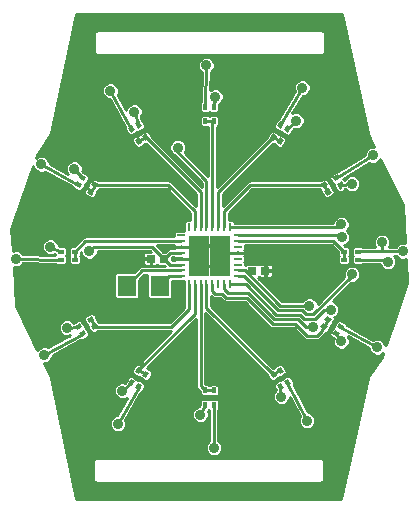
<source format=gbr>
G04 #@! TF.FileFunction,Copper,L1,Top,Signal*
%FSLAX46Y46*%
G04 Gerber Fmt 4.6, Leading zero omitted, Abs format (unit mm)*
G04 Created by KiCad (PCBNEW (2015-03-21 BZR 5528)-product) date Wed 25 Mar 2015 08:48:55 AM EET*
%MOMM*%
G01*
G04 APERTURE LIST*
%ADD10C,0.100000*%
%ADD11R,0.700000X0.250000*%
%ADD12R,0.250000X0.700000*%
%ADD13R,1.725000X1.725000*%
%ADD14R,0.800100X0.698500*%
%ADD15R,1.600200X1.803400*%
%ADD16R,0.500000X0.400000*%
%ADD17R,0.400000X0.500000*%
%ADD18C,0.900000*%
%ADD19C,0.889000*%
%ADD20C,0.254000*%
G04 APERTURE END LIST*
D10*
D11*
X-2400000Y1750000D03*
X-2400000Y1250000D03*
X-2400000Y750000D03*
X-2400000Y250000D03*
X-2400000Y-250000D03*
X-2400000Y-750000D03*
X-2400000Y-1250000D03*
X-2400000Y-1750000D03*
D12*
X-1750000Y-2400000D03*
X-1250000Y-2400000D03*
X-750000Y-2400000D03*
X-250000Y-2400000D03*
X250000Y-2400000D03*
X750000Y-2400000D03*
X1250000Y-2400000D03*
X1750000Y-2400000D03*
D11*
X2400000Y-1750000D03*
X2400000Y-1250000D03*
X2400000Y-750000D03*
X2400000Y-250000D03*
X2400000Y250000D03*
X2400000Y750000D03*
X2400000Y1250000D03*
X2400000Y1750000D03*
D12*
X1750000Y2400000D03*
X1250000Y2400000D03*
X750000Y2400000D03*
X250000Y2400000D03*
X-250000Y2400000D03*
X-750000Y2400000D03*
X-1250000Y2400000D03*
X-1750000Y2400000D03*
D13*
X862500Y-862500D03*
X862500Y862500D03*
X-862500Y-862500D03*
X-862500Y862500D03*
D14*
X3642360Y-1270000D03*
X4739640Y-1270000D03*
X-3855720Y-254000D03*
X-4953000Y-254000D03*
D15*
X-6985000Y-2540000D03*
X-4191000Y-2540000D03*
D16*
X-11400000Y-350000D03*
X-11400000Y350000D03*
X-12600000Y350000D03*
X-12600000Y-350000D03*
X11400000Y350000D03*
X11400000Y-350000D03*
X12600000Y-350000D03*
X12600000Y350000D03*
D17*
X-350000Y11400000D03*
X350000Y11400000D03*
X350000Y12600000D03*
X-350000Y12600000D03*
X350000Y-11400000D03*
X-350000Y-11400000D03*
X-350000Y-12600000D03*
X350000Y-12600000D03*
D10*
G36*
X5348685Y10364196D02*
X5695095Y10164196D01*
X5445095Y9731184D01*
X5098685Y9931184D01*
X5348685Y10364196D01*
X5348685Y10364196D01*
G37*
G36*
X5954903Y10014196D02*
X6301313Y9814196D01*
X6051313Y9381184D01*
X5704903Y9581184D01*
X5954903Y10014196D01*
X5954903Y10014196D01*
G37*
G36*
X6554903Y11053426D02*
X6901313Y10853426D01*
X6651313Y10420414D01*
X6304903Y10620414D01*
X6554903Y11053426D01*
X6554903Y11053426D01*
G37*
G36*
X5948685Y11403426D02*
X6295095Y11203426D01*
X6045095Y10770414D01*
X5698685Y10970414D01*
X5948685Y11403426D01*
X5948685Y11403426D01*
G37*
G36*
X9814196Y6301314D02*
X10014196Y5954904D01*
X9581184Y5704904D01*
X9381184Y6051314D01*
X9814196Y6301314D01*
X9814196Y6301314D01*
G37*
G36*
X10164196Y5695096D02*
X10364196Y5348686D01*
X9931184Y5098686D01*
X9731184Y5445096D01*
X10164196Y5695096D01*
X10164196Y5695096D01*
G37*
G36*
X11203426Y6295096D02*
X11403426Y5948686D01*
X10970414Y5698686D01*
X10770414Y6045096D01*
X11203426Y6295096D01*
X11203426Y6295096D01*
G37*
G36*
X10853426Y6901314D02*
X11053426Y6554904D01*
X10620414Y6304904D01*
X10420414Y6651314D01*
X10853426Y6901314D01*
X10853426Y6901314D01*
G37*
G36*
X-9814196Y-6301314D02*
X-10014196Y-5954904D01*
X-9581184Y-5704904D01*
X-9381184Y-6051314D01*
X-9814196Y-6301314D01*
X-9814196Y-6301314D01*
G37*
G36*
X-10164196Y-5695096D02*
X-10364196Y-5348686D01*
X-9931184Y-5098686D01*
X-9731184Y-5445096D01*
X-10164196Y-5695096D01*
X-10164196Y-5695096D01*
G37*
G36*
X-11203426Y-6295096D02*
X-11403426Y-5948686D01*
X-10970414Y-5698686D01*
X-10770414Y-6045096D01*
X-11203426Y-6295096D01*
X-11203426Y-6295096D01*
G37*
G36*
X-10853426Y-6901314D02*
X-11053426Y-6554904D01*
X-10620414Y-6304904D01*
X-10420414Y-6651314D01*
X-10853426Y-6901314D01*
X-10853426Y-6901314D01*
G37*
G36*
X-5348685Y-10364196D02*
X-5695095Y-10164196D01*
X-5445095Y-9731184D01*
X-5098685Y-9931184D01*
X-5348685Y-10364196D01*
X-5348685Y-10364196D01*
G37*
G36*
X-5954903Y-10014196D02*
X-6301313Y-9814196D01*
X-6051313Y-9381184D01*
X-5704903Y-9581184D01*
X-5954903Y-10014196D01*
X-5954903Y-10014196D01*
G37*
G36*
X-6554903Y-11053426D02*
X-6901313Y-10853426D01*
X-6651313Y-10420414D01*
X-6304903Y-10620414D01*
X-6554903Y-11053426D01*
X-6554903Y-11053426D01*
G37*
G36*
X-5948685Y-11403426D02*
X-6295095Y-11203426D01*
X-6045095Y-10770414D01*
X-5698685Y-10970414D01*
X-5948685Y-11403426D01*
X-5948685Y-11403426D01*
G37*
G36*
X-6301313Y9814196D02*
X-5954903Y10014196D01*
X-5704903Y9581184D01*
X-6051313Y9381184D01*
X-6301313Y9814196D01*
X-6301313Y9814196D01*
G37*
G36*
X-5695095Y10164196D02*
X-5348685Y10364196D01*
X-5098685Y9931184D01*
X-5445095Y9731184D01*
X-5695095Y10164196D01*
X-5695095Y10164196D01*
G37*
G36*
X-6295095Y11203426D02*
X-5948685Y11403426D01*
X-5698685Y10970414D01*
X-6045095Y10770414D01*
X-6295095Y11203426D01*
X-6295095Y11203426D01*
G37*
G36*
X-6901313Y10853426D02*
X-6554903Y11053426D01*
X-6304903Y10620414D01*
X-6651313Y10420414D01*
X-6901313Y10853426D01*
X-6901313Y10853426D01*
G37*
G36*
X-10364196Y5348686D02*
X-10164196Y5695096D01*
X-9731184Y5445096D01*
X-9931184Y5098686D01*
X-10364196Y5348686D01*
X-10364196Y5348686D01*
G37*
G36*
X-10014196Y5954904D02*
X-9814196Y6301314D01*
X-9381184Y6051314D01*
X-9581184Y5704904D01*
X-10014196Y5954904D01*
X-10014196Y5954904D01*
G37*
G36*
X-11053426Y6554904D02*
X-10853426Y6901314D01*
X-10420414Y6651314D01*
X-10620414Y6304904D01*
X-11053426Y6554904D01*
X-11053426Y6554904D01*
G37*
G36*
X-11403426Y5948686D02*
X-11203426Y6295096D01*
X-10770414Y6045096D01*
X-10970414Y5698686D01*
X-11403426Y5948686D01*
X-11403426Y5948686D01*
G37*
G36*
X10364196Y-5348686D02*
X10164196Y-5695096D01*
X9731184Y-5445096D01*
X9931184Y-5098686D01*
X10364196Y-5348686D01*
X10364196Y-5348686D01*
G37*
G36*
X10014196Y-5954904D02*
X9814196Y-6301314D01*
X9381184Y-6051314D01*
X9581184Y-5704904D01*
X10014196Y-5954904D01*
X10014196Y-5954904D01*
G37*
G36*
X11053426Y-6554904D02*
X10853426Y-6901314D01*
X10420414Y-6651314D01*
X10620414Y-6304904D01*
X11053426Y-6554904D01*
X11053426Y-6554904D01*
G37*
G36*
X11403426Y-5948686D02*
X11203426Y-6295096D01*
X10770414Y-6045096D01*
X10970414Y-5698686D01*
X11403426Y-5948686D01*
X11403426Y-5948686D01*
G37*
G36*
X6301313Y-9814196D02*
X5954903Y-10014196D01*
X5704903Y-9581184D01*
X6051313Y-9381184D01*
X6301313Y-9814196D01*
X6301313Y-9814196D01*
G37*
G36*
X5695095Y-10164196D02*
X5348685Y-10364196D01*
X5098685Y-9931184D01*
X5445095Y-9731184D01*
X5695095Y-10164196D01*
X5695095Y-10164196D01*
G37*
G36*
X6295095Y-11203426D02*
X5948685Y-11403426D01*
X5698685Y-10970414D01*
X6045095Y-10770414D01*
X6295095Y-11203426D01*
X6295095Y-11203426D01*
G37*
G36*
X6901313Y-10853426D02*
X6554903Y-11053426D01*
X6304903Y-10620414D01*
X6651313Y-10420414D01*
X6901313Y-10853426D01*
X6901313Y-10853426D01*
G37*
D18*
X11176000Y-7239000D03*
X6096000Y-11938000D03*
X-762000Y-13462000D03*
X-7366000Y-11430000D03*
X-12065000Y-6096000D03*
X-13462000Y762000D03*
X-11430000Y7366000D03*
X-6350000Y12192000D03*
X508000Y13462000D03*
X7366000Y11430000D03*
X12065000Y6096000D03*
X15112994Y-508000D03*
X16383000Y381000D03*
X14224000Y-7747000D03*
X8255000Y-13970000D03*
X381000Y-16256000D03*
X-7747000Y-14224000D03*
X-13970000Y-8382000D03*
X-16383000Y-254000D03*
X-14224000Y7747000D03*
X-8382000Y13970000D03*
X-254000Y16129000D03*
D19*
X7874000Y14224000D03*
D18*
X13843000Y8509000D03*
X14605000Y1143000D03*
X-10160000Y381000D03*
X8476501Y-4238253D03*
X-862500Y862500D03*
X-862500Y-862500D03*
X11198810Y1546810D03*
X11176000Y2667000D03*
X-2672703Y9162596D03*
X8758115Y-6076505D03*
X10287000Y-4572000D03*
X12069819Y-1574074D03*
D20*
X10736920Y-6603109D02*
X11176000Y-7239000D01*
X5996890Y-11086920D02*
X6096000Y-11938000D01*
X-350000Y-12600000D02*
X-762000Y-13462000D01*
X-6603108Y-10736920D02*
X-7366000Y-11430000D01*
X-11086920Y-5996891D02*
X-12065000Y-6096000D01*
X-12600000Y350000D02*
X-13462000Y762000D01*
X-10736920Y6603109D02*
X-11430000Y7366000D01*
X-5996890Y11086920D02*
X-6350000Y12192000D01*
X350000Y12600000D02*
X508000Y13462000D01*
X6603108Y10736920D02*
X7366000Y11430000D01*
X11086920Y5996891D02*
X12065000Y6096000D01*
X11086920Y5714049D02*
X11086920Y5996891D01*
X14954994Y-350000D02*
X15112994Y-508000D01*
X12600000Y-350000D02*
X14954994Y-350000D01*
X12600000Y350000D02*
X12954000Y381000D01*
X11086920Y-5996891D02*
X14224000Y-7747000D01*
X6603108Y-10736920D02*
X8255000Y-13970000D01*
X350000Y-12600000D02*
X381000Y-16256000D01*
X-5996890Y-11086920D02*
X-7747000Y-14224000D01*
X-10736920Y-6603109D02*
X-13970000Y-8382000D01*
X-12600000Y-350000D02*
X-16383000Y-254000D01*
X-11086920Y5996891D02*
X-14224000Y7747000D01*
X-6603108Y10736920D02*
X-8382000Y13970000D01*
X-350000Y12600000D02*
X-254000Y16129000D01*
X5996890Y11086920D02*
X7874000Y14224000D01*
X10736920Y6603109D02*
X13843000Y8509000D01*
X14605000Y456186D02*
X14680186Y381000D01*
X14680186Y381000D02*
X16383000Y381000D01*
X12954000Y381000D02*
X14680186Y381000D01*
X14605000Y1143000D02*
X14605000Y456186D01*
X-350000Y11400000D02*
X350000Y11400000D01*
X254000Y11176000D02*
X350000Y11400000D01*
X254000Y10922000D02*
X254000Y11176000D01*
X250000Y2400000D02*
X254000Y10922000D01*
X-3324160Y-750000D02*
X-3820160Y-254000D01*
X-2400000Y-750000D02*
X-3324160Y-750000D01*
X-9271000Y762000D02*
X-4836160Y762000D01*
X-4836160Y762000D02*
X-3820160Y-254000D01*
X-3316160Y250000D02*
X-3820160Y-254000D01*
X-2400000Y250000D02*
X-3316160Y250000D01*
X-9779000Y762000D02*
X-10160000Y381000D01*
X-9271000Y762000D02*
X-9779000Y762000D01*
X3004000Y-1250000D02*
X5992253Y-4238253D01*
X7840105Y-4238253D02*
X8476501Y-4238253D01*
X2400000Y-1250000D02*
X3004000Y-1250000D01*
X5992253Y-4238253D02*
X7840105Y-4238253D01*
X-975000Y750000D02*
X-862500Y862500D01*
X-975000Y750000D02*
X-862500Y862500D01*
X-2400000Y750000D02*
X-975000Y750000D01*
X-1475000Y-250000D02*
X-862500Y-862500D01*
X-2400000Y-250000D02*
X-1475000Y-250000D01*
X1475000Y250000D02*
X862500Y862500D01*
X2400000Y250000D02*
X1475000Y250000D01*
X-5695000Y-1250000D02*
X-6985000Y-2540000D01*
X-2400000Y-1250000D02*
X-5695000Y-1250000D01*
X-3401000Y-1750000D02*
X-4191000Y-2540000D01*
X-2400000Y-1750000D02*
X-3401000Y-1750000D01*
X10995620Y1750000D02*
X11198810Y1546810D01*
X2400000Y1750000D02*
X10995620Y1750000D01*
X1750000Y2400000D02*
X10909000Y2400000D01*
X10909000Y2400000D02*
X11176000Y2667000D01*
X-2921000Y9017000D02*
X-2818299Y9017000D01*
X-2818299Y9017000D02*
X-2672703Y9162596D01*
X-250000Y2400000D02*
X-250000Y6346000D01*
X-250000Y6346000D02*
X-2921000Y9017000D01*
X-6003108Y9697690D02*
X-5396890Y10047690D01*
X-750000Y5400800D02*
X-5396890Y10047690D01*
X-750000Y2400000D02*
X-750000Y5400800D01*
X5396890Y10047690D02*
X6003108Y9697690D01*
X750000Y5400800D02*
X5396890Y10047690D01*
X750000Y2400000D02*
X750000Y5400800D01*
X9697690Y6003109D02*
X10047690Y5396891D01*
X1250000Y3790000D02*
X3463109Y6003109D01*
X3463109Y6003109D02*
X9697690Y6003109D01*
X1250000Y2400000D02*
X1250000Y3790000D01*
X11400000Y350000D02*
X11400000Y-350000D01*
X10500000Y1250000D02*
X11400000Y350000D01*
X2400000Y1250000D02*
X10500000Y1250000D01*
X10047690Y-5396891D02*
X9697690Y-6003109D01*
X9497691Y-6203108D02*
X9697690Y-6003109D01*
X9096036Y-6780506D02*
X9497691Y-6378851D01*
X8304506Y-6780506D02*
X9096036Y-6780506D01*
X7286293Y-5762293D02*
X8304506Y-6780506D01*
X9497691Y-6378851D02*
X9497691Y-6203108D01*
X5350464Y-5762293D02*
X7286293Y-5762293D01*
X3144182Y-3556010D02*
X5350464Y-5762293D01*
X1434979Y-3556010D02*
X3144182Y-3556010D01*
X1092182Y-3213212D02*
X1434979Y-3556010D01*
X459212Y-3213212D02*
X1092182Y-3213212D01*
X250000Y-3004000D02*
X459212Y-3213212D01*
X250000Y-2400000D02*
X250000Y-3004000D01*
X6003108Y-9697690D02*
X5396890Y-10047690D01*
X-250000Y-4400800D02*
X5396890Y-10047690D01*
X-250000Y-2400000D02*
X-250000Y-4400800D01*
X350000Y-11400000D02*
X-350000Y-11400000D01*
X-750000Y-11000000D02*
X-350000Y-11400000D01*
X-750000Y-2400000D02*
X-750000Y-11000000D01*
X-5396890Y-10047690D02*
X-6003108Y-9697690D01*
X-1250000Y-4944582D02*
X-6003108Y-9697690D01*
X-1250000Y-2400000D02*
X-1250000Y-4944582D01*
X-1750000Y-2400000D02*
X-1750000Y-4544000D01*
X-1750000Y-4544000D02*
X-3209109Y-6003109D01*
X-3209109Y-6003109D02*
X-9697690Y-6003109D01*
X-9697690Y-6003109D02*
X-10047690Y-5396891D01*
X-11400000Y-350000D02*
X-11400000Y350000D01*
X-10500000Y1250000D02*
X-11400000Y350000D01*
X-2400000Y1250000D02*
X-10500000Y1250000D01*
X-10047690Y5396891D02*
X-9697690Y6003109D01*
X-1250000Y3790000D02*
X-3463109Y6003109D01*
X-3463109Y6003109D02*
X-9697690Y6003109D01*
X-1250000Y2400000D02*
X-1250000Y3790000D01*
X1250000Y-2832202D02*
X1250000Y-2400000D01*
X1592798Y-3175000D02*
X1250000Y-2832202D01*
X3302000Y-3175000D02*
X1592798Y-3175000D01*
X5508283Y-5381283D02*
X3302000Y-3175000D01*
X7499952Y-5381283D02*
X5508283Y-5381283D01*
X8195173Y-6076505D02*
X7499952Y-5381283D01*
X8758115Y-6076505D02*
X8195173Y-6076505D01*
X9195432Y-5100072D02*
X9713356Y-4582148D01*
X9713356Y-4582148D02*
X10287000Y-4572000D01*
X5676615Y-5000273D02*
X7657771Y-5000273D01*
X7657771Y-5000273D02*
X7980761Y-5323264D01*
X7980761Y-5323264D02*
X8972241Y-5323264D01*
X8972241Y-5323264D02*
X9195432Y-5100072D01*
X3076344Y-2400001D02*
X5676615Y-5000273D01*
X1750000Y-2400000D02*
X3076344Y-2400001D01*
X2400000Y-1750000D02*
X2965172Y-1750000D01*
X5834434Y-4619263D02*
X7815589Y-4619263D01*
X2965172Y-1750000D02*
X5834434Y-4619263D01*
X12069819Y-1686857D02*
X12069819Y-1574074D01*
X8814422Y-4942254D02*
X12069819Y-1686857D01*
X8138580Y-4942254D02*
X8814422Y-4942254D01*
X7815589Y-4619263D02*
X8138580Y-4942254D01*
G36*
X-2357000Y727000D02*
X-2377000Y727000D01*
X-2377000Y707000D01*
X-2423000Y707000D01*
X-2423000Y727000D01*
X-2940500Y727000D01*
X-3004000Y663500D01*
X-3004000Y631000D01*
X-3316155Y631000D01*
X-3316160Y631001D01*
X-3461962Y601998D01*
X-3585568Y519408D01*
X-3585571Y519405D01*
X-3750750Y354226D01*
X-3889570Y354226D01*
X-4404344Y869000D01*
X-3004000Y869000D01*
X-3004000Y836500D01*
X-2940500Y773000D01*
X-2423000Y773000D01*
X-2423000Y793000D01*
X-2377000Y793000D01*
X-2377000Y773000D01*
X-2357000Y773000D01*
X-2357000Y727000D01*
X-2357000Y727000D01*
G37*
X-2357000Y727000D02*
X-2377000Y727000D01*
X-2377000Y707000D01*
X-2423000Y707000D01*
X-2423000Y727000D01*
X-2940500Y727000D01*
X-3004000Y663500D01*
X-3004000Y631000D01*
X-3316155Y631000D01*
X-3316160Y631001D01*
X-3461962Y601998D01*
X-3585568Y519408D01*
X-3585571Y519405D01*
X-3750750Y354226D01*
X-3889570Y354226D01*
X-4404344Y869000D01*
X-3004000Y869000D01*
X-3004000Y836500D01*
X-2940500Y773000D01*
X-2423000Y773000D01*
X-2423000Y793000D01*
X-2377000Y793000D01*
X-2377000Y773000D01*
X-2357000Y773000D01*
X-2357000Y727000D01*
G36*
X-2357000Y-273000D02*
X-2377000Y-273000D01*
X-2377000Y-293000D01*
X-2423000Y-293000D01*
X-2423000Y-273000D01*
X-2940500Y-273000D01*
X-3004000Y-336500D01*
X-3004000Y-369000D01*
X-3166344Y-369000D01*
X-3196694Y-338650D01*
X-3196694Y-169349D01*
X-3158345Y-131000D01*
X-3004000Y-131000D01*
X-3004000Y-163500D01*
X-2940500Y-227000D01*
X-2423000Y-227000D01*
X-2423000Y-207000D01*
X-2377000Y-207000D01*
X-2377000Y-227000D01*
X-2357000Y-227000D01*
X-2357000Y-273000D01*
X-2357000Y-273000D01*
G37*
X-2357000Y-273000D02*
X-2377000Y-273000D01*
X-2377000Y-293000D01*
X-2423000Y-293000D01*
X-2423000Y-273000D01*
X-2940500Y-273000D01*
X-3004000Y-336500D01*
X-3004000Y-369000D01*
X-3166344Y-369000D01*
X-3196694Y-338650D01*
X-3196694Y-169349D01*
X-3158345Y-131000D01*
X-3004000Y-131000D01*
X-3004000Y-163500D01*
X-2940500Y-227000D01*
X-2423000Y-227000D01*
X-2423000Y-207000D01*
X-2377000Y-207000D01*
X-2377000Y-227000D01*
X-2357000Y-227000D01*
X-2357000Y-273000D01*
G36*
X905500Y-885500D02*
X885500Y-885500D01*
X885500Y-905500D01*
X839500Y-905500D01*
X839500Y-885500D01*
X839500Y-839500D01*
X839500Y-190500D01*
X839500Y190500D01*
X839500Y839500D01*
X190500Y839500D01*
X-190500Y839500D01*
X-839500Y839500D01*
X-839500Y190500D01*
X-839500Y-190500D01*
X-839500Y-839500D01*
X-190500Y-839500D01*
X190500Y-839500D01*
X839500Y-839500D01*
X839500Y-885500D01*
X190500Y-885500D01*
X-190500Y-885500D01*
X-839500Y-885500D01*
X-839500Y-905500D01*
X-885500Y-905500D01*
X-885500Y-885500D01*
X-905500Y-885500D01*
X-905500Y-839500D01*
X-885500Y-839500D01*
X-885500Y-190500D01*
X-885500Y190500D01*
X-885500Y839500D01*
X-905500Y839500D01*
X-905500Y885500D01*
X-885500Y885500D01*
X-885500Y905500D01*
X-839500Y905500D01*
X-839500Y885500D01*
X-190500Y885500D01*
X190500Y885500D01*
X839500Y885500D01*
X839500Y905500D01*
X885500Y905500D01*
X885500Y885500D01*
X905500Y885500D01*
X905500Y839500D01*
X885500Y839500D01*
X885500Y190500D01*
X885500Y-190500D01*
X885500Y-839500D01*
X905500Y-839500D01*
X905500Y-885500D01*
X905500Y-885500D01*
G37*
X905500Y-885500D02*
X885500Y-885500D01*
X885500Y-905500D01*
X839500Y-905500D01*
X839500Y-885500D01*
X839500Y-839500D01*
X839500Y-190500D01*
X839500Y190500D01*
X839500Y839500D01*
X190500Y839500D01*
X-190500Y839500D01*
X-839500Y839500D01*
X-839500Y190500D01*
X-839500Y-190500D01*
X-839500Y-839500D01*
X-190500Y-839500D01*
X190500Y-839500D01*
X839500Y-839500D01*
X839500Y-885500D01*
X190500Y-885500D01*
X-190500Y-885500D01*
X-839500Y-885500D01*
X-839500Y-905500D01*
X-885500Y-905500D01*
X-885500Y-885500D01*
X-905500Y-885500D01*
X-905500Y-839500D01*
X-885500Y-839500D01*
X-885500Y-190500D01*
X-885500Y190500D01*
X-885500Y839500D01*
X-905500Y839500D01*
X-905500Y885500D01*
X-885500Y885500D01*
X-885500Y905500D01*
X-839500Y905500D01*
X-839500Y885500D01*
X-190500Y885500D01*
X190500Y885500D01*
X839500Y885500D01*
X839500Y905500D01*
X885500Y905500D01*
X885500Y885500D01*
X905500Y885500D01*
X905500Y839500D01*
X885500Y839500D01*
X885500Y190500D01*
X885500Y-190500D01*
X885500Y-839500D01*
X905500Y-839500D01*
X905500Y-885500D01*
G36*
X16755392Y-2292844D02*
X14924249Y-7598207D01*
X14821170Y-7348737D01*
X14623305Y-7150526D01*
X14364649Y-7043123D01*
X14084580Y-7042878D01*
X13888853Y-7123750D01*
X12773941Y-6501764D01*
X12773941Y-1434654D01*
X12666989Y-1175811D01*
X12469124Y-977600D01*
X12210468Y-870197D01*
X11930399Y-869952D01*
X11671556Y-976904D01*
X11473345Y-1174769D01*
X11365942Y-1433425D01*
X11365697Y-1713494D01*
X11406241Y-1811619D01*
X9162613Y-4055246D01*
X9073671Y-3839990D01*
X8875806Y-3641779D01*
X8617150Y-3534376D01*
X8337081Y-3534131D01*
X8078238Y-3641083D01*
X7880027Y-3838948D01*
X7872426Y-3857253D01*
X7840105Y-3857253D01*
X6150069Y-3857253D01*
X5393690Y-3100874D01*
X5393690Y-1669774D01*
X5393690Y-1568726D01*
X5393690Y-1356500D01*
X5393690Y-1183500D01*
X5393690Y-971274D01*
X5393690Y-870226D01*
X5355021Y-776871D01*
X5283570Y-705419D01*
X5190214Y-666750D01*
X4826140Y-666750D01*
X4762640Y-730250D01*
X4762640Y-1247000D01*
X5330190Y-1247000D01*
X5393690Y-1183500D01*
X5393690Y-1356500D01*
X5330190Y-1293000D01*
X4762640Y-1293000D01*
X4762640Y-1809750D01*
X4826140Y-1873250D01*
X5190214Y-1873250D01*
X5283570Y-1834581D01*
X5355021Y-1763129D01*
X5393690Y-1669774D01*
X5393690Y-3100874D01*
X4147100Y-1854284D01*
X4188329Y-1827200D01*
X4195710Y-1834581D01*
X4289066Y-1873250D01*
X4653140Y-1873250D01*
X4716640Y-1809750D01*
X4716640Y-1293000D01*
X4696640Y-1293000D01*
X4696640Y-1247000D01*
X4716640Y-1247000D01*
X4716640Y-730250D01*
X4653140Y-666750D01*
X4289066Y-666750D01*
X4195710Y-705419D01*
X4188274Y-712855D01*
X4142266Y-681799D01*
X4042410Y-661774D01*
X3242310Y-661774D01*
X3145461Y-680565D01*
X3060339Y-736481D01*
X3008976Y-812572D01*
X3008976Y-625000D01*
X2990185Y-528151D01*
X2971833Y-500214D01*
X2988951Y-474856D01*
X3008976Y-375000D01*
X3008976Y-125000D01*
X2990185Y-28151D01*
X2972587Y-1361D01*
X3004000Y74476D01*
X3004000Y163500D01*
X2940500Y227000D01*
X2423000Y227000D01*
X2423000Y207000D01*
X2377000Y207000D01*
X2377000Y227000D01*
X2357000Y227000D01*
X2357000Y273000D01*
X2377000Y273000D01*
X2377000Y293000D01*
X2423000Y293000D01*
X2423000Y273000D01*
X2940500Y273000D01*
X3004000Y336500D01*
X3004000Y425524D01*
X2972705Y501077D01*
X2988951Y525144D01*
X3008976Y625000D01*
X3008976Y869000D01*
X10342184Y869000D01*
X10891024Y320160D01*
X10891024Y150000D01*
X10909815Y53151D01*
X10944812Y-125D01*
X10911049Y-50144D01*
X10891024Y-150000D01*
X10891024Y-550000D01*
X10909815Y-646849D01*
X10965731Y-731971D01*
X11050144Y-788951D01*
X11150000Y-808976D01*
X11650000Y-808976D01*
X11746849Y-790185D01*
X11831971Y-734269D01*
X11888951Y-649856D01*
X11908976Y-550000D01*
X11908976Y-150000D01*
X11890185Y-53151D01*
X11855187Y126D01*
X11888951Y50144D01*
X11908976Y150000D01*
X11908976Y550000D01*
X11890185Y646849D01*
X11834269Y731971D01*
X11749856Y788951D01*
X11650000Y808976D01*
X11479840Y808976D01*
X11414580Y874236D01*
X11597073Y949640D01*
X11795284Y1147505D01*
X11902687Y1406161D01*
X11902932Y1686230D01*
X11795980Y1945073D01*
X11622936Y2118419D01*
X11772474Y2267695D01*
X11879877Y2526351D01*
X11880122Y2806420D01*
X11773170Y3065263D01*
X11575305Y3263474D01*
X11316649Y3370877D01*
X11036580Y3371122D01*
X10777737Y3264170D01*
X10579526Y3066305D01*
X10472123Y2807649D01*
X10472099Y2781000D01*
X2127961Y2781000D01*
X2115185Y2846849D01*
X2059269Y2931971D01*
X1974856Y2988951D01*
X1875000Y3008976D01*
X1631000Y3008976D01*
X1631000Y3632184D01*
X3620925Y5622109D01*
X9329945Y5622109D01*
X9356904Y5575416D01*
X9421602Y5500937D01*
X9478549Y5472297D01*
X9474319Y5412099D01*
X9506904Y5315608D01*
X9706904Y4969198D01*
X9771602Y4894719D01*
X9862588Y4848960D01*
X9964182Y4841821D01*
X10060672Y4874406D01*
X10493684Y5124406D01*
X10568162Y5189104D01*
X10613922Y5280090D01*
X10621061Y5381683D01*
X10588476Y5478174D01*
X10388476Y5824584D01*
X10323778Y5899063D01*
X10266830Y5927704D01*
X10271061Y5987901D01*
X10238476Y6084392D01*
X10038476Y6430802D01*
X9973778Y6505281D01*
X9882792Y6551040D01*
X9804000Y6556576D01*
X9804000Y17272000D01*
X9804000Y18778000D01*
X9780859Y18894336D01*
X9714960Y18992960D01*
X9616336Y19058859D01*
X9500000Y19082000D01*
X-9500000Y19082000D01*
X-9616336Y19058859D01*
X-9714960Y18992960D01*
X-9780859Y18894336D01*
X-9804000Y18778000D01*
X-9804000Y17278000D01*
X-9803404Y17275000D01*
X-9804000Y17272000D01*
X-9780859Y17155664D01*
X-9714960Y17057040D01*
X-9616336Y16991141D01*
X-9500000Y16968000D01*
X9500000Y16968000D01*
X9616336Y16991141D01*
X9714960Y17057040D01*
X9780859Y17155664D01*
X9804000Y17272000D01*
X9804000Y6556576D01*
X9781198Y6558179D01*
X9684708Y6525594D01*
X9439649Y6384109D01*
X8572621Y6384109D01*
X8572621Y14362331D01*
X8466504Y14619151D01*
X8270185Y14815814D01*
X8013550Y14922378D01*
X7735669Y14922621D01*
X7478849Y14816504D01*
X7282186Y14620185D01*
X7175622Y14363550D01*
X7175379Y14085669D01*
X7245575Y13915782D01*
X5892528Y11654531D01*
X5883228Y11653994D01*
X5791676Y11609379D01*
X5724405Y11532914D01*
X5474405Y11099902D01*
X5442254Y11006633D01*
X5448118Y10904957D01*
X5492732Y10813405D01*
X5569197Y10746134D01*
X5915607Y10546134D01*
X6008876Y10513983D01*
X6072514Y10517653D01*
X6098950Y10463405D01*
X6175415Y10396134D01*
X6521825Y10196134D01*
X6615094Y10163983D01*
X6716770Y10169846D01*
X6808322Y10214461D01*
X6875593Y10290926D01*
X7092689Y10666948D01*
X7179007Y10745367D01*
X7225351Y10726123D01*
X7505420Y10725878D01*
X7764263Y10832830D01*
X7962474Y11030695D01*
X8069877Y11289351D01*
X8070122Y11569420D01*
X7963170Y11828263D01*
X7765305Y12026474D01*
X7506649Y12133877D01*
X7226580Y12134122D01*
X7015243Y12046800D01*
X7900028Y13525478D01*
X8012331Y13525379D01*
X8269151Y13631496D01*
X8465814Y13827815D01*
X8572378Y14084450D01*
X8572621Y14362331D01*
X8572621Y6384109D01*
X3463114Y6384109D01*
X3463109Y6384110D01*
X3317307Y6355107D01*
X3193701Y6272517D01*
X1131000Y4209816D01*
X1131000Y5242984D01*
X5374588Y9486573D01*
X5408876Y9474753D01*
X5472514Y9478423D01*
X5498950Y9424175D01*
X5575415Y9356904D01*
X5921825Y9156904D01*
X6015094Y9124753D01*
X6116770Y9130616D01*
X6208322Y9175231D01*
X6275593Y9251696D01*
X6525593Y9684708D01*
X6557744Y9777977D01*
X6551880Y9879653D01*
X6507266Y9971205D01*
X6430801Y10038476D01*
X6084391Y10238476D01*
X5991122Y10270627D01*
X5927483Y10266958D01*
X5901048Y10321205D01*
X5824583Y10388476D01*
X5478173Y10588476D01*
X5384904Y10620627D01*
X5283228Y10614764D01*
X5191676Y10570149D01*
X5124405Y10493684D01*
X4878979Y10068596D01*
X1212122Y6401739D01*
X1212122Y13601420D01*
X1105170Y13860263D01*
X907305Y14058474D01*
X648649Y14165877D01*
X368580Y14166122D01*
X109737Y14059170D01*
X69748Y14019252D01*
X110516Y15517887D01*
X144263Y15531830D01*
X342474Y15729695D01*
X449877Y15988351D01*
X450122Y16268420D01*
X343170Y16527263D01*
X145305Y16725474D01*
X-113351Y16832877D01*
X-393420Y16833122D01*
X-652263Y16726170D01*
X-850474Y16528305D01*
X-957877Y16269649D01*
X-958122Y15989580D01*
X-851170Y15730737D01*
X-653305Y15532526D01*
X-651389Y15531731D01*
X-719098Y13042726D01*
X-731971Y13034269D01*
X-788951Y12949856D01*
X-808976Y12850000D01*
X-808976Y12350000D01*
X-790185Y12253151D01*
X-734269Y12168029D01*
X-649856Y12111049D01*
X-550000Y12091024D01*
X-150000Y12091024D01*
X-53151Y12109815D01*
X125Y12144813D01*
X50144Y12111049D01*
X150000Y12091024D01*
X550000Y12091024D01*
X646849Y12109815D01*
X731971Y12165731D01*
X788951Y12250144D01*
X808976Y12350000D01*
X808976Y12824632D01*
X906263Y12864830D01*
X1104474Y13062695D01*
X1211877Y13321351D01*
X1212122Y13601420D01*
X1212122Y6401739D01*
X632606Y5822223D01*
X634993Y10907515D01*
X646849Y10909815D01*
X731971Y10965731D01*
X788951Y11050144D01*
X808976Y11150000D01*
X808976Y11650000D01*
X790185Y11746849D01*
X734269Y11831971D01*
X649856Y11888951D01*
X550000Y11908976D01*
X150000Y11908976D01*
X53151Y11890185D01*
X-126Y11855188D01*
X-50144Y11888951D01*
X-150000Y11908976D01*
X-550000Y11908976D01*
X-646849Y11890185D01*
X-731971Y11834269D01*
X-788951Y11749856D01*
X-808976Y11650000D01*
X-808976Y11150000D01*
X-790185Y11053151D01*
X-734269Y10968029D01*
X-649856Y10911049D01*
X-550000Y10891024D01*
X-150000Y10891024D01*
X-127013Y10895485D01*
X-128952Y6763767D01*
X-2102375Y8737191D01*
X-2076229Y8763291D01*
X-1968826Y9021947D01*
X-1968581Y9302016D01*
X-2075533Y9560859D01*
X-2273398Y9759070D01*
X-2532054Y9866473D01*
X-2812123Y9866718D01*
X-3070966Y9759766D01*
X-3269177Y9561901D01*
X-3376580Y9303245D01*
X-3376825Y9023176D01*
X-3269873Y8764333D01*
X-3072008Y8566122D01*
X-2964153Y8521337D01*
X-631000Y6188184D01*
X-631000Y5820616D01*
X-4878980Y10068596D01*
X-5124405Y10493684D01*
X-5189103Y10568162D01*
X-5280089Y10613922D01*
X-5381682Y10621061D01*
X-5441820Y10600752D01*
X-5441820Y11003412D01*
X-5474405Y11099902D01*
X-5724405Y11532914D01*
X-5748160Y11560260D01*
X-5805768Y11740546D01*
X-5753526Y11792695D01*
X-5646123Y12051351D01*
X-5645878Y12331420D01*
X-5752830Y12590263D01*
X-5950695Y12788474D01*
X-6209351Y12895877D01*
X-6489420Y12896122D01*
X-6748263Y12789170D01*
X-6946474Y12591305D01*
X-7050593Y12340560D01*
X-7760541Y13630868D01*
X-7678123Y13829351D01*
X-7677878Y14109420D01*
X-7784830Y14368263D01*
X-7982695Y14566474D01*
X-8241351Y14673877D01*
X-8521420Y14674122D01*
X-8780263Y14567170D01*
X-8978474Y14369305D01*
X-9085877Y14110649D01*
X-9086122Y13830580D01*
X-8979170Y13571737D01*
X-8781305Y13373526D01*
X-8522649Y13266123D01*
X-8429535Y13266042D01*
X-7145681Y10932677D01*
X-7151039Y10922022D01*
X-7158178Y10820428D01*
X-7125593Y10723938D01*
X-6875593Y10290926D01*
X-6810895Y10216448D01*
X-6719909Y10170688D01*
X-6618316Y10163549D01*
X-6521825Y10196134D01*
X-6175415Y10396134D01*
X-6100936Y10460832D01*
X-6072296Y10517780D01*
X-6012098Y10513549D01*
X-5915607Y10546134D01*
X-5569197Y10746134D01*
X-5494718Y10810832D01*
X-5448959Y10901818D01*
X-5441820Y11003412D01*
X-5441820Y10600752D01*
X-5478173Y10588476D01*
X-5824583Y10388476D01*
X-5899062Y10323778D01*
X-5927703Y10266831D01*
X-5987900Y10271061D01*
X-6084391Y10238476D01*
X-6430801Y10038476D01*
X-6505280Y9973778D01*
X-6551039Y9882792D01*
X-6558178Y9781198D01*
X-6525593Y9684708D01*
X-6275593Y9251696D01*
X-6210895Y9177218D01*
X-6119909Y9131458D01*
X-6018316Y9124319D01*
X-5921825Y9156904D01*
X-5575415Y9356904D01*
X-5500936Y9421602D01*
X-5472296Y9478550D01*
X-5412098Y9474319D01*
X-5374898Y9486882D01*
X-1131000Y5242984D01*
X-1131000Y4209816D01*
X-3193701Y6272517D01*
X-3317306Y6355107D01*
X-3463109Y6384109D01*
X-9439650Y6384109D01*
X-9684708Y6525594D01*
X-9777977Y6557745D01*
X-9879653Y6551881D01*
X-9971205Y6507267D01*
X-10038476Y6430802D01*
X-10238476Y6084392D01*
X-10270627Y5991123D01*
X-10266958Y5927485D01*
X-10321205Y5901049D01*
X-10388476Y5824584D01*
X-10588476Y5478174D01*
X-10620627Y5384905D01*
X-10614764Y5283229D01*
X-10570149Y5191677D01*
X-10493684Y5124406D01*
X-10060672Y4874406D01*
X-9967403Y4842255D01*
X-9865727Y4848119D01*
X-9774175Y4892733D01*
X-9706904Y4969198D01*
X-9506904Y5315608D01*
X-9474753Y5408877D01*
X-9478423Y5472516D01*
X-9424175Y5498951D01*
X-9356904Y5575416D01*
X-9329946Y5622109D01*
X-3620925Y5622109D01*
X-1631000Y3632184D01*
X-1631000Y3008976D01*
X-1875000Y3008976D01*
X-1971849Y2990185D01*
X-2056971Y2934269D01*
X-2113951Y2849856D01*
X-2133976Y2750000D01*
X-2133976Y2133976D01*
X-2750000Y2133976D01*
X-2846849Y2115185D01*
X-2931971Y2059269D01*
X-2988951Y1974856D01*
X-3008976Y1875000D01*
X-3008976Y1631000D01*
X-10500000Y1631000D01*
X-10645803Y1601998D01*
X-10769408Y1519408D01*
X-11479840Y808976D01*
X-11650000Y808976D01*
X-11746849Y790185D01*
X-11831971Y734269D01*
X-11888951Y649856D01*
X-11908976Y550000D01*
X-11908976Y150000D01*
X-11890185Y53151D01*
X-11855188Y-125D01*
X-11888951Y-50144D01*
X-11908976Y-150000D01*
X-11908976Y-550000D01*
X-11890185Y-646849D01*
X-11834269Y-731971D01*
X-11749856Y-788951D01*
X-11650000Y-808976D01*
X-11150000Y-808976D01*
X-11053151Y-790185D01*
X-10968029Y-734269D01*
X-10911049Y-649856D01*
X-10891024Y-550000D01*
X-10891024Y-150000D01*
X-10909815Y-53151D01*
X-10944813Y126D01*
X-10911049Y50144D01*
X-10891024Y150000D01*
X-10891024Y320160D01*
X-10864030Y347155D01*
X-10864122Y241580D01*
X-10757170Y-17263D01*
X-10559305Y-215474D01*
X-10300649Y-322877D01*
X-10020580Y-323122D01*
X-9761737Y-216170D01*
X-9563526Y-18305D01*
X-9456123Y240351D01*
X-9456000Y381000D01*
X-9271000Y381000D01*
X-4993976Y381000D01*
X-4962226Y349250D01*
X-4976002Y349250D01*
X-4976002Y285752D01*
X-5039500Y349250D01*
X-5403574Y349250D01*
X-5496930Y310581D01*
X-5568381Y239129D01*
X-5607050Y145774D01*
X-5607050Y44726D01*
X-5607050Y-167500D01*
X-5543550Y-231000D01*
X-4976000Y-231000D01*
X-4976000Y-211000D01*
X-4930000Y-211000D01*
X-4930000Y-231000D01*
X-4910000Y-231000D01*
X-4910000Y-277000D01*
X-4930000Y-277000D01*
X-4930000Y-793750D01*
X-4866500Y-857250D01*
X-4502426Y-857250D01*
X-4409070Y-818581D01*
X-4401635Y-811144D01*
X-4355626Y-842201D01*
X-4255770Y-862226D01*
X-3750750Y-862226D01*
X-3743976Y-869000D01*
X-4976000Y-869000D01*
X-4976000Y-793750D01*
X-4976000Y-277000D01*
X-5543550Y-277000D01*
X-5607050Y-340500D01*
X-5607050Y-552726D01*
X-5607050Y-653774D01*
X-5568381Y-747129D01*
X-5496930Y-818581D01*
X-5403574Y-857250D01*
X-5039500Y-857250D01*
X-4976000Y-793750D01*
X-4976000Y-869000D01*
X-5695000Y-869000D01*
X-5840802Y-898002D01*
X-5964408Y-980592D01*
X-5964411Y-980595D01*
X-6363140Y-1379324D01*
X-7785100Y-1379324D01*
X-7881949Y-1398115D01*
X-7967071Y-1454031D01*
X-8024051Y-1538444D01*
X-8044076Y-1638300D01*
X-8044076Y-3441700D01*
X-8025285Y-3538549D01*
X-7969369Y-3623671D01*
X-7884956Y-3680651D01*
X-7785100Y-3700676D01*
X-6184900Y-3700676D01*
X-6088051Y-3681885D01*
X-6002929Y-3625969D01*
X-5945949Y-3541556D01*
X-5925924Y-3441700D01*
X-5925924Y-2019739D01*
X-5537185Y-1631000D01*
X-5248613Y-1631000D01*
X-5250076Y-1638300D01*
X-5250076Y-3441700D01*
X-5231285Y-3538549D01*
X-5175369Y-3623671D01*
X-5090956Y-3680651D01*
X-4991100Y-3700676D01*
X-3390900Y-3700676D01*
X-3294051Y-3681885D01*
X-3208929Y-3625969D01*
X-3151949Y-3541556D01*
X-3131924Y-3441700D01*
X-3131924Y-2131000D01*
X-2764841Y-2131000D01*
X-2750000Y-2133976D01*
X-2133976Y-2133976D01*
X-2133976Y-2750000D01*
X-2131000Y-2765338D01*
X-2131000Y-4386184D01*
X-3366925Y-5622109D01*
X-9329946Y-5622109D01*
X-9356904Y-5575416D01*
X-9421602Y-5500937D01*
X-9478550Y-5472296D01*
X-9474319Y-5412099D01*
X-9506904Y-5315608D01*
X-9706904Y-4969198D01*
X-9771602Y-4894719D01*
X-9862588Y-4848960D01*
X-9964182Y-4841821D01*
X-10060672Y-4874406D01*
X-10493684Y-5124406D01*
X-10568162Y-5189104D01*
X-10613922Y-5280090D01*
X-10621061Y-5381683D01*
X-10588476Y-5478174D01*
X-10388476Y-5824584D01*
X-10323778Y-5899063D01*
X-10266831Y-5927703D01*
X-10271061Y-5987901D01*
X-10238476Y-6084392D01*
X-10038476Y-6430802D01*
X-9973778Y-6505281D01*
X-9882792Y-6551040D01*
X-9781198Y-6558179D01*
X-9684708Y-6525594D01*
X-9439650Y-6384109D01*
X-3228344Y-6384109D01*
X-5980807Y-9136572D01*
X-6015094Y-9124753D01*
X-6116770Y-9130616D01*
X-6208322Y-9175231D01*
X-6275593Y-9251696D01*
X-6525593Y-9684708D01*
X-6557744Y-9777977D01*
X-6551880Y-9879653D01*
X-6507266Y-9971205D01*
X-6430801Y-10038476D01*
X-6084391Y-10238476D01*
X-5991122Y-10270627D01*
X-5927484Y-10266957D01*
X-5901048Y-10321205D01*
X-5824583Y-10388476D01*
X-5478173Y-10588476D01*
X-5384904Y-10620627D01*
X-5283228Y-10614764D01*
X-5191676Y-10570149D01*
X-5124405Y-10493684D01*
X-4874405Y-10060672D01*
X-4842254Y-9967403D01*
X-4848118Y-9865727D01*
X-4892732Y-9774175D01*
X-4969197Y-9706904D01*
X-5288917Y-9522314D01*
X-1131000Y-5364398D01*
X-1131000Y-11000000D01*
X-1101998Y-11145803D01*
X-1019408Y-11269408D01*
X-808976Y-11479839D01*
X-808976Y-11650000D01*
X-790185Y-11746849D01*
X-734269Y-11831971D01*
X-649856Y-11888951D01*
X-550000Y-11908976D01*
X-150000Y-11908976D01*
X-53151Y-11890185D01*
X125Y-11855187D01*
X50144Y-11888951D01*
X150000Y-11908976D01*
X550000Y-11908976D01*
X646849Y-11890185D01*
X731971Y-11834269D01*
X788951Y-11749856D01*
X808976Y-11650000D01*
X808976Y-11150000D01*
X790185Y-11053151D01*
X734269Y-10968029D01*
X649856Y-10911049D01*
X550000Y-10891024D01*
X150000Y-10891024D01*
X53151Y-10909815D01*
X-126Y-10944812D01*
X-50144Y-10911049D01*
X-150000Y-10891024D01*
X-320161Y-10891024D01*
X-369000Y-10842184D01*
X-369000Y-4820615D01*
X4878978Y-10068593D01*
X5124405Y-10493684D01*
X5189103Y-10568162D01*
X5280089Y-10613922D01*
X5381682Y-10621061D01*
X5478173Y-10588476D01*
X5824583Y-10388476D01*
X5899062Y-10323778D01*
X5927702Y-10266830D01*
X5987900Y-10271061D01*
X6084391Y-10238476D01*
X6430801Y-10038476D01*
X6505280Y-9973778D01*
X6551039Y-9882792D01*
X6558178Y-9781198D01*
X6525593Y-9684708D01*
X6275593Y-9251696D01*
X6210895Y-9177218D01*
X6119909Y-9131458D01*
X6018316Y-9124319D01*
X5921825Y-9156904D01*
X5575415Y-9356904D01*
X5500936Y-9421602D01*
X5472295Y-9478549D01*
X5412098Y-9474319D01*
X5374896Y-9486881D01*
X131000Y-4242984D01*
X131000Y-3423815D01*
X189801Y-3482616D01*
X189804Y-3482620D01*
X313409Y-3565209D01*
X313410Y-3565210D01*
X459212Y-3594212D01*
X934366Y-3594212D01*
X1165568Y-3825414D01*
X1165571Y-3825418D01*
X1239667Y-3874926D01*
X1289176Y-3908008D01*
X1289177Y-3908008D01*
X1434979Y-3937011D01*
X1434979Y-3937010D01*
X1434984Y-3937010D01*
X2986366Y-3937010D01*
X5081053Y-6031697D01*
X5081056Y-6031701D01*
X5081057Y-6031701D01*
X5204662Y-6114291D01*
X5350464Y-6143294D01*
X5350464Y-6143293D01*
X5350469Y-6143293D01*
X7128477Y-6143293D01*
X8035095Y-7049910D01*
X8035098Y-7049914D01*
X8035099Y-7049914D01*
X8158704Y-7132504D01*
X8304506Y-7161507D01*
X8304506Y-7161506D01*
X8304511Y-7161506D01*
X9096036Y-7161506D01*
X9241838Y-7132504D01*
X9241839Y-7132504D01*
X9365444Y-7049914D01*
X9767099Y-6648259D01*
X9829566Y-6554769D01*
X9879653Y-6551881D01*
X9971205Y-6507267D01*
X10038476Y-6430802D01*
X10238476Y-6084392D01*
X10270627Y-5991123D01*
X10266957Y-5927484D01*
X10321205Y-5901049D01*
X10388476Y-5824584D01*
X10588476Y-5478174D01*
X10620627Y-5384905D01*
X10614764Y-5283229D01*
X10580313Y-5212534D01*
X10685263Y-5169170D01*
X10883474Y-4971305D01*
X10990877Y-4712649D01*
X10991122Y-4432580D01*
X10884170Y-4173737D01*
X10686305Y-3975526D01*
X10427649Y-3868123D01*
X10427368Y-3868122D01*
X12017462Y-2278028D01*
X12209239Y-2278196D01*
X12468082Y-2171244D01*
X12666293Y-1973379D01*
X12773696Y-1714723D01*
X12773941Y-1434654D01*
X12773941Y-6501764D01*
X11649805Y-5874634D01*
X11609379Y-5791677D01*
X11532914Y-5724406D01*
X11099902Y-5474406D01*
X11006633Y-5442255D01*
X10904957Y-5448119D01*
X10813405Y-5492733D01*
X10746134Y-5569198D01*
X10546134Y-5915608D01*
X10513983Y-6008877D01*
X10517652Y-6072515D01*
X10463405Y-6098951D01*
X10396134Y-6175416D01*
X10196134Y-6521826D01*
X10163983Y-6615095D01*
X10169846Y-6716771D01*
X10214461Y-6808323D01*
X10290926Y-6875594D01*
X10511693Y-7003054D01*
X10472123Y-7098351D01*
X10471878Y-7378420D01*
X10578830Y-7637263D01*
X10776695Y-7835474D01*
X11035351Y-7942877D01*
X11315420Y-7943122D01*
X11574263Y-7836170D01*
X11772474Y-7638305D01*
X11879877Y-7379649D01*
X11880122Y-7099580D01*
X11773170Y-6840737D01*
X11717469Y-6784939D01*
X13519961Y-7790510D01*
X13519878Y-7886420D01*
X13626830Y-8145263D01*
X13824695Y-8343474D01*
X14083351Y-8450877D01*
X14363420Y-8451122D01*
X14622263Y-8344170D01*
X14690182Y-8276369D01*
X14595603Y-8550393D01*
X13463233Y-10245107D01*
X13441549Y-10297454D01*
X13418947Y-10349381D01*
X11184541Y-20620989D01*
X9733521Y-20620989D01*
X9733521Y-18918989D01*
X9733521Y-17418989D01*
X9732924Y-17415989D01*
X9733521Y-17412989D01*
X9710380Y-17296653D01*
X9644481Y-17198029D01*
X9545857Y-17132130D01*
X9429521Y-17108989D01*
X8959122Y-17108989D01*
X8959122Y-13830580D01*
X8852170Y-13571737D01*
X8654305Y-13373526D01*
X8395649Y-13266123D01*
X8323183Y-13266059D01*
X7138387Y-10947178D01*
X7151039Y-10922022D01*
X7158178Y-10820428D01*
X7125593Y-10723938D01*
X6875593Y-10290926D01*
X6810895Y-10216448D01*
X6719909Y-10170688D01*
X6618316Y-10163549D01*
X6521825Y-10196134D01*
X6175415Y-10396134D01*
X6100936Y-10460832D01*
X6072295Y-10517779D01*
X6012098Y-10513549D01*
X5915607Y-10546134D01*
X5569197Y-10746134D01*
X5494718Y-10810832D01*
X5448959Y-10901818D01*
X5441820Y-11003412D01*
X5474405Y-11099902D01*
X5644301Y-11394171D01*
X5499526Y-11538695D01*
X5392123Y-11797351D01*
X5391878Y-12077420D01*
X5498830Y-12336263D01*
X5696695Y-12534474D01*
X5955351Y-12641877D01*
X6235420Y-12642122D01*
X6494263Y-12535170D01*
X6692474Y-12337305D01*
X6799877Y-12078649D01*
X6799981Y-11959627D01*
X7642657Y-13608911D01*
X7551123Y-13829351D01*
X7550878Y-14109420D01*
X7657830Y-14368263D01*
X7855695Y-14566474D01*
X8114351Y-14673877D01*
X8394420Y-14674122D01*
X8653263Y-14567170D01*
X8851474Y-14369305D01*
X8958877Y-14110649D01*
X8959122Y-13830580D01*
X8959122Y-17108989D01*
X1085122Y-17108989D01*
X1085122Y-16116580D01*
X978170Y-15857737D01*
X780305Y-15659526D01*
X756873Y-15649796D01*
X734661Y-13030282D01*
X788951Y-12949856D01*
X808976Y-12850000D01*
X808976Y-12350000D01*
X790185Y-12253151D01*
X734269Y-12168029D01*
X649856Y-12111049D01*
X550000Y-12091024D01*
X150000Y-12091024D01*
X53151Y-12109815D01*
X-126Y-12144812D01*
X-50144Y-12111049D01*
X-150000Y-12091024D01*
X-550000Y-12091024D01*
X-646849Y-12109815D01*
X-731971Y-12165731D01*
X-788951Y-12250144D01*
X-808976Y-12350000D01*
X-808976Y-12676771D01*
X-847765Y-12757924D01*
X-901420Y-12757878D01*
X-1160263Y-12864830D01*
X-1358474Y-13062695D01*
X-1465877Y-13321351D01*
X-1466122Y-13601420D01*
X-1359170Y-13860263D01*
X-1161305Y-14058474D01*
X-902649Y-14165877D01*
X-622580Y-14166122D01*
X-363737Y-14059170D01*
X-165526Y-13861305D01*
X-58123Y-13602649D01*
X-57878Y-13322580D01*
X-146425Y-13108282D01*
X-53151Y-13090185D01*
X-27003Y-13073008D01*
X-5120Y-15653812D01*
X-17263Y-15658830D01*
X-215474Y-15856695D01*
X-322877Y-16115351D01*
X-323122Y-16395420D01*
X-216170Y-16654263D01*
X-18305Y-16852474D01*
X240351Y-16959877D01*
X520420Y-16960122D01*
X779263Y-16853170D01*
X977474Y-16655305D01*
X1084877Y-16396649D01*
X1085122Y-16116580D01*
X1085122Y-17108989D01*
X-5442254Y-17108989D01*
X-5442254Y-11006633D01*
X-5448118Y-10904957D01*
X-5492732Y-10813405D01*
X-5569197Y-10746134D01*
X-5915607Y-10546134D01*
X-6008876Y-10513983D01*
X-6072515Y-10517652D01*
X-6098950Y-10463405D01*
X-6175415Y-10396134D01*
X-6521825Y-10196134D01*
X-6615094Y-10163983D01*
X-6716770Y-10169846D01*
X-6808322Y-10214461D01*
X-6875593Y-10290926D01*
X-7092690Y-10666947D01*
X-7179008Y-10745366D01*
X-7225351Y-10726123D01*
X-7505420Y-10725878D01*
X-7764263Y-10832830D01*
X-7962474Y-11030695D01*
X-8069877Y-11289351D01*
X-8070122Y-11569420D01*
X-7963170Y-11828263D01*
X-7765305Y-12026474D01*
X-7506649Y-12133877D01*
X-7226580Y-12134122D01*
X-6967737Y-12027170D01*
X-6945118Y-12004589D01*
X-7790511Y-13519961D01*
X-7886420Y-13519878D01*
X-8145263Y-13626830D01*
X-8343474Y-13824695D01*
X-8450877Y-14083351D01*
X-8451122Y-14363420D01*
X-8344170Y-14622263D01*
X-8146305Y-14820474D01*
X-7887649Y-14927877D01*
X-7607580Y-14928122D01*
X-7348737Y-14821170D01*
X-7150526Y-14623305D01*
X-7043123Y-14364649D01*
X-7042878Y-14084580D01*
X-7123751Y-13888853D01*
X-5874634Y-11649805D01*
X-5791676Y-11609379D01*
X-5724405Y-11532914D01*
X-5474405Y-11099902D01*
X-5442254Y-11006633D01*
X-5442254Y-17108989D01*
X-9570479Y-17108989D01*
X-9686815Y-17132130D01*
X-9785439Y-17198029D01*
X-9851338Y-17296653D01*
X-9874479Y-17412989D01*
X-9874479Y-18918989D01*
X-9851338Y-19035325D01*
X-9785439Y-19133949D01*
X-9686815Y-19199848D01*
X-9570479Y-19222989D01*
X9429521Y-19222989D01*
X9545857Y-19199848D01*
X9644481Y-19133949D01*
X9710380Y-19035325D01*
X9733521Y-18918989D01*
X9733521Y-20620989D01*
X-11322264Y-20620989D01*
X-13418142Y-10353201D01*
X-13432958Y-10317933D01*
X-13442669Y-10280936D01*
X-14024416Y-9085952D01*
X-13830580Y-9086122D01*
X-13571737Y-8979170D01*
X-13373526Y-8781305D01*
X-13266123Y-8522649D01*
X-13266042Y-8429534D01*
X-10932677Y-7145681D01*
X-10922022Y-7151040D01*
X-10820428Y-7158179D01*
X-10723938Y-7125594D01*
X-10290926Y-6875594D01*
X-10216448Y-6810896D01*
X-10170688Y-6719910D01*
X-10163549Y-6618317D01*
X-10196134Y-6521826D01*
X-10396134Y-6175416D01*
X-10460832Y-6100937D01*
X-10517780Y-6072296D01*
X-10513549Y-6012099D01*
X-10546134Y-5915608D01*
X-10746134Y-5569198D01*
X-10810832Y-5494719D01*
X-10901818Y-5448960D01*
X-11003412Y-5441821D01*
X-11099902Y-5474406D01*
X-11395791Y-5645237D01*
X-11508806Y-5656689D01*
X-11665695Y-5499526D01*
X-11924351Y-5392123D01*
X-12204420Y-5391878D01*
X-12463263Y-5498830D01*
X-12661474Y-5696695D01*
X-12768877Y-5955351D01*
X-12769122Y-6235420D01*
X-12662170Y-6494263D01*
X-12464305Y-6692474D01*
X-12205649Y-6799877D01*
X-11925580Y-6800122D01*
X-11763985Y-6733351D01*
X-13630868Y-7760540D01*
X-13829351Y-7678123D01*
X-14109420Y-7677878D01*
X-14368263Y-7784830D01*
X-14563132Y-7979358D01*
X-16357398Y-4293701D01*
X-16559876Y-942834D01*
X-16523649Y-957877D01*
X-16243580Y-958122D01*
X-15984737Y-851170D01*
X-15786526Y-653305D01*
X-15785275Y-650290D01*
X-13042198Y-719900D01*
X-13034269Y-731971D01*
X-12949856Y-788951D01*
X-12850000Y-808976D01*
X-12350000Y-808976D01*
X-12253151Y-790185D01*
X-12168029Y-734269D01*
X-12111049Y-649856D01*
X-12091024Y-550000D01*
X-12091024Y-150000D01*
X-12109815Y-53151D01*
X-12144813Y126D01*
X-12111049Y50144D01*
X-12091024Y150000D01*
X-12091024Y550000D01*
X-12109815Y646849D01*
X-12165731Y731971D01*
X-12250144Y788951D01*
X-12350000Y808976D01*
X-12676772Y808976D01*
X-12757925Y847765D01*
X-12757878Y901420D01*
X-12864830Y1160263D01*
X-13062695Y1358474D01*
X-13321351Y1465877D01*
X-13601420Y1466122D01*
X-13860263Y1359170D01*
X-14058474Y1161305D01*
X-14165877Y902649D01*
X-14166122Y622580D01*
X-14059170Y363737D01*
X-13861305Y165526D01*
X-13602649Y58123D01*
X-13322580Y57878D01*
X-13108283Y146425D01*
X-13090185Y53151D01*
X-13083779Y43399D01*
X-15772345Y111626D01*
X-15785830Y144263D01*
X-15983695Y342474D01*
X-16242351Y449877D01*
X-16522420Y450122D01*
X-16641083Y401092D01*
X-16755393Y2292845D01*
X-14924250Y7598208D01*
X-14821170Y7348737D01*
X-14623305Y7150526D01*
X-14364649Y7043123D01*
X-14084580Y7042878D01*
X-13888854Y7123751D01*
X-11649806Y5874635D01*
X-11609379Y5791677D01*
X-11532914Y5724406D01*
X-11099902Y5474406D01*
X-11006633Y5442255D01*
X-10904957Y5448119D01*
X-10813405Y5492733D01*
X-10746134Y5569198D01*
X-10546134Y5915608D01*
X-10513983Y6008877D01*
X-10517653Y6072516D01*
X-10463405Y6098951D01*
X-10396134Y6175416D01*
X-10196134Y6521826D01*
X-10163983Y6615095D01*
X-10169846Y6716771D01*
X-10214461Y6808323D01*
X-10290926Y6875594D01*
X-10666948Y7092691D01*
X-10745367Y7179008D01*
X-10726123Y7225351D01*
X-10725878Y7505420D01*
X-10832830Y7764263D01*
X-11030695Y7962474D01*
X-11289351Y8069877D01*
X-11569420Y8070122D01*
X-11828263Y7963170D01*
X-12026474Y7765305D01*
X-12133877Y7506649D01*
X-12134122Y7226580D01*
X-12027170Y6967737D01*
X-12004591Y6945118D01*
X-13519962Y7790511D01*
X-13519878Y7886420D01*
X-13626830Y8145263D01*
X-13824695Y8343474D01*
X-14083351Y8450877D01*
X-14363420Y8451122D01*
X-14622263Y8344170D01*
X-14690183Y8276370D01*
X-14595603Y8550396D01*
X-13463233Y10245107D01*
X-13441343Y10297955D01*
X-13418712Y10350472D01*
X-11254100Y20480000D01*
X11254099Y20480000D01*
X13418712Y10350472D01*
X13433306Y10316604D01*
X13442669Y10280936D01*
X13962616Y9212896D01*
X13703580Y9213122D01*
X13444737Y9106170D01*
X13246526Y8908305D01*
X13139123Y8649649D01*
X13139013Y8524041D01*
X10903518Y7152341D01*
X10820428Y7158179D01*
X10723938Y7125594D01*
X10290926Y6875594D01*
X10216448Y6810896D01*
X10170688Y6719910D01*
X10163549Y6618317D01*
X10196134Y6521826D01*
X10396134Y6175416D01*
X10460832Y6100937D01*
X10517779Y6072297D01*
X10513549Y6012099D01*
X10546134Y5915608D01*
X10728740Y5599325D01*
X10734922Y5568247D01*
X10817512Y5444641D01*
X10941118Y5362051D01*
X11086920Y5333049D01*
X11232722Y5362051D01*
X11356328Y5444641D01*
X11438918Y5568247D01*
X11455434Y5651282D01*
X11508805Y5656690D01*
X11665695Y5499526D01*
X11924351Y5392123D01*
X12204420Y5391878D01*
X12463263Y5498830D01*
X12661474Y5696695D01*
X12768877Y5955351D01*
X12769122Y6235420D01*
X12662170Y6494263D01*
X12464305Y6692474D01*
X12205649Y6799877D01*
X11925580Y6800122D01*
X11666737Y6693170D01*
X11468526Y6495305D01*
X11435237Y6415138D01*
X11433274Y6414939D01*
X11427706Y6424584D01*
X11363008Y6499063D01*
X11326101Y6517625D01*
X13536562Y7873965D01*
X13702351Y7805123D01*
X13982420Y7804878D01*
X14241263Y7911830D01*
X14439474Y8109695D01*
X14467188Y8176439D01*
X16357397Y4293702D01*
X16552003Y1073104D01*
X16523649Y1084877D01*
X16243580Y1085122D01*
X15984737Y978170D01*
X15786526Y780305D01*
X15778925Y762000D01*
X15209074Y762000D01*
X15308877Y1002351D01*
X15309122Y1282420D01*
X15202170Y1541263D01*
X15004305Y1739474D01*
X14745649Y1846877D01*
X14465580Y1847122D01*
X14206737Y1740170D01*
X14008526Y1542305D01*
X13901123Y1283649D01*
X13900878Y1003580D01*
X14000697Y762000D01*
X12989782Y762000D01*
X12949856Y788951D01*
X12850000Y808976D01*
X12350000Y808976D01*
X12253151Y790185D01*
X12168029Y734269D01*
X12111049Y649856D01*
X12091024Y550000D01*
X12091024Y150000D01*
X12109815Y53151D01*
X12144812Y-125D01*
X12111049Y-50144D01*
X12091024Y-150000D01*
X12091024Y-550000D01*
X12109815Y-646849D01*
X12165731Y-731971D01*
X12250144Y-788951D01*
X12350000Y-808976D01*
X12850000Y-808976D01*
X12946849Y-790185D01*
X13031971Y-734269D01*
X13034177Y-731000D01*
X14443406Y-731000D01*
X14515824Y-906263D01*
X14713689Y-1104474D01*
X14972345Y-1211877D01*
X15252414Y-1212122D01*
X15511257Y-1105170D01*
X15709468Y-907305D01*
X15816871Y-648649D01*
X15817116Y-368580D01*
X15710164Y-109737D01*
X15600618Y0D01*
X15778697Y0D01*
X15785830Y-17263D01*
X15983695Y-215474D01*
X16242351Y-322877D01*
X16522420Y-323122D01*
X16633595Y-277185D01*
X16755392Y-2292844D01*
X16755392Y-2292844D01*
G37*
X16755392Y-2292844D02*
X14924249Y-7598207D01*
X14821170Y-7348737D01*
X14623305Y-7150526D01*
X14364649Y-7043123D01*
X14084580Y-7042878D01*
X13888853Y-7123750D01*
X12773941Y-6501764D01*
X12773941Y-1434654D01*
X12666989Y-1175811D01*
X12469124Y-977600D01*
X12210468Y-870197D01*
X11930399Y-869952D01*
X11671556Y-976904D01*
X11473345Y-1174769D01*
X11365942Y-1433425D01*
X11365697Y-1713494D01*
X11406241Y-1811619D01*
X9162613Y-4055246D01*
X9073671Y-3839990D01*
X8875806Y-3641779D01*
X8617150Y-3534376D01*
X8337081Y-3534131D01*
X8078238Y-3641083D01*
X7880027Y-3838948D01*
X7872426Y-3857253D01*
X7840105Y-3857253D01*
X6150069Y-3857253D01*
X5393690Y-3100874D01*
X5393690Y-1669774D01*
X5393690Y-1568726D01*
X5393690Y-1356500D01*
X5393690Y-1183500D01*
X5393690Y-971274D01*
X5393690Y-870226D01*
X5355021Y-776871D01*
X5283570Y-705419D01*
X5190214Y-666750D01*
X4826140Y-666750D01*
X4762640Y-730250D01*
X4762640Y-1247000D01*
X5330190Y-1247000D01*
X5393690Y-1183500D01*
X5393690Y-1356500D01*
X5330190Y-1293000D01*
X4762640Y-1293000D01*
X4762640Y-1809750D01*
X4826140Y-1873250D01*
X5190214Y-1873250D01*
X5283570Y-1834581D01*
X5355021Y-1763129D01*
X5393690Y-1669774D01*
X5393690Y-3100874D01*
X4147100Y-1854284D01*
X4188329Y-1827200D01*
X4195710Y-1834581D01*
X4289066Y-1873250D01*
X4653140Y-1873250D01*
X4716640Y-1809750D01*
X4716640Y-1293000D01*
X4696640Y-1293000D01*
X4696640Y-1247000D01*
X4716640Y-1247000D01*
X4716640Y-730250D01*
X4653140Y-666750D01*
X4289066Y-666750D01*
X4195710Y-705419D01*
X4188274Y-712855D01*
X4142266Y-681799D01*
X4042410Y-661774D01*
X3242310Y-661774D01*
X3145461Y-680565D01*
X3060339Y-736481D01*
X3008976Y-812572D01*
X3008976Y-625000D01*
X2990185Y-528151D01*
X2971833Y-500214D01*
X2988951Y-474856D01*
X3008976Y-375000D01*
X3008976Y-125000D01*
X2990185Y-28151D01*
X2972587Y-1361D01*
X3004000Y74476D01*
X3004000Y163500D01*
X2940500Y227000D01*
X2423000Y227000D01*
X2423000Y207000D01*
X2377000Y207000D01*
X2377000Y227000D01*
X2357000Y227000D01*
X2357000Y273000D01*
X2377000Y273000D01*
X2377000Y293000D01*
X2423000Y293000D01*
X2423000Y273000D01*
X2940500Y273000D01*
X3004000Y336500D01*
X3004000Y425524D01*
X2972705Y501077D01*
X2988951Y525144D01*
X3008976Y625000D01*
X3008976Y869000D01*
X10342184Y869000D01*
X10891024Y320160D01*
X10891024Y150000D01*
X10909815Y53151D01*
X10944812Y-125D01*
X10911049Y-50144D01*
X10891024Y-150000D01*
X10891024Y-550000D01*
X10909815Y-646849D01*
X10965731Y-731971D01*
X11050144Y-788951D01*
X11150000Y-808976D01*
X11650000Y-808976D01*
X11746849Y-790185D01*
X11831971Y-734269D01*
X11888951Y-649856D01*
X11908976Y-550000D01*
X11908976Y-150000D01*
X11890185Y-53151D01*
X11855187Y126D01*
X11888951Y50144D01*
X11908976Y150000D01*
X11908976Y550000D01*
X11890185Y646849D01*
X11834269Y731971D01*
X11749856Y788951D01*
X11650000Y808976D01*
X11479840Y808976D01*
X11414580Y874236D01*
X11597073Y949640D01*
X11795284Y1147505D01*
X11902687Y1406161D01*
X11902932Y1686230D01*
X11795980Y1945073D01*
X11622936Y2118419D01*
X11772474Y2267695D01*
X11879877Y2526351D01*
X11880122Y2806420D01*
X11773170Y3065263D01*
X11575305Y3263474D01*
X11316649Y3370877D01*
X11036580Y3371122D01*
X10777737Y3264170D01*
X10579526Y3066305D01*
X10472123Y2807649D01*
X10472099Y2781000D01*
X2127961Y2781000D01*
X2115185Y2846849D01*
X2059269Y2931971D01*
X1974856Y2988951D01*
X1875000Y3008976D01*
X1631000Y3008976D01*
X1631000Y3632184D01*
X3620925Y5622109D01*
X9329945Y5622109D01*
X9356904Y5575416D01*
X9421602Y5500937D01*
X9478549Y5472297D01*
X9474319Y5412099D01*
X9506904Y5315608D01*
X9706904Y4969198D01*
X9771602Y4894719D01*
X9862588Y4848960D01*
X9964182Y4841821D01*
X10060672Y4874406D01*
X10493684Y5124406D01*
X10568162Y5189104D01*
X10613922Y5280090D01*
X10621061Y5381683D01*
X10588476Y5478174D01*
X10388476Y5824584D01*
X10323778Y5899063D01*
X10266830Y5927704D01*
X10271061Y5987901D01*
X10238476Y6084392D01*
X10038476Y6430802D01*
X9973778Y6505281D01*
X9882792Y6551040D01*
X9804000Y6556576D01*
X9804000Y17272000D01*
X9804000Y18778000D01*
X9780859Y18894336D01*
X9714960Y18992960D01*
X9616336Y19058859D01*
X9500000Y19082000D01*
X-9500000Y19082000D01*
X-9616336Y19058859D01*
X-9714960Y18992960D01*
X-9780859Y18894336D01*
X-9804000Y18778000D01*
X-9804000Y17278000D01*
X-9803404Y17275000D01*
X-9804000Y17272000D01*
X-9780859Y17155664D01*
X-9714960Y17057040D01*
X-9616336Y16991141D01*
X-9500000Y16968000D01*
X9500000Y16968000D01*
X9616336Y16991141D01*
X9714960Y17057040D01*
X9780859Y17155664D01*
X9804000Y17272000D01*
X9804000Y6556576D01*
X9781198Y6558179D01*
X9684708Y6525594D01*
X9439649Y6384109D01*
X8572621Y6384109D01*
X8572621Y14362331D01*
X8466504Y14619151D01*
X8270185Y14815814D01*
X8013550Y14922378D01*
X7735669Y14922621D01*
X7478849Y14816504D01*
X7282186Y14620185D01*
X7175622Y14363550D01*
X7175379Y14085669D01*
X7245575Y13915782D01*
X5892528Y11654531D01*
X5883228Y11653994D01*
X5791676Y11609379D01*
X5724405Y11532914D01*
X5474405Y11099902D01*
X5442254Y11006633D01*
X5448118Y10904957D01*
X5492732Y10813405D01*
X5569197Y10746134D01*
X5915607Y10546134D01*
X6008876Y10513983D01*
X6072514Y10517653D01*
X6098950Y10463405D01*
X6175415Y10396134D01*
X6521825Y10196134D01*
X6615094Y10163983D01*
X6716770Y10169846D01*
X6808322Y10214461D01*
X6875593Y10290926D01*
X7092689Y10666948D01*
X7179007Y10745367D01*
X7225351Y10726123D01*
X7505420Y10725878D01*
X7764263Y10832830D01*
X7962474Y11030695D01*
X8069877Y11289351D01*
X8070122Y11569420D01*
X7963170Y11828263D01*
X7765305Y12026474D01*
X7506649Y12133877D01*
X7226580Y12134122D01*
X7015243Y12046800D01*
X7900028Y13525478D01*
X8012331Y13525379D01*
X8269151Y13631496D01*
X8465814Y13827815D01*
X8572378Y14084450D01*
X8572621Y14362331D01*
X8572621Y6384109D01*
X3463114Y6384109D01*
X3463109Y6384110D01*
X3317307Y6355107D01*
X3193701Y6272517D01*
X1131000Y4209816D01*
X1131000Y5242984D01*
X5374588Y9486573D01*
X5408876Y9474753D01*
X5472514Y9478423D01*
X5498950Y9424175D01*
X5575415Y9356904D01*
X5921825Y9156904D01*
X6015094Y9124753D01*
X6116770Y9130616D01*
X6208322Y9175231D01*
X6275593Y9251696D01*
X6525593Y9684708D01*
X6557744Y9777977D01*
X6551880Y9879653D01*
X6507266Y9971205D01*
X6430801Y10038476D01*
X6084391Y10238476D01*
X5991122Y10270627D01*
X5927483Y10266958D01*
X5901048Y10321205D01*
X5824583Y10388476D01*
X5478173Y10588476D01*
X5384904Y10620627D01*
X5283228Y10614764D01*
X5191676Y10570149D01*
X5124405Y10493684D01*
X4878979Y10068596D01*
X1212122Y6401739D01*
X1212122Y13601420D01*
X1105170Y13860263D01*
X907305Y14058474D01*
X648649Y14165877D01*
X368580Y14166122D01*
X109737Y14059170D01*
X69748Y14019252D01*
X110516Y15517887D01*
X144263Y15531830D01*
X342474Y15729695D01*
X449877Y15988351D01*
X450122Y16268420D01*
X343170Y16527263D01*
X145305Y16725474D01*
X-113351Y16832877D01*
X-393420Y16833122D01*
X-652263Y16726170D01*
X-850474Y16528305D01*
X-957877Y16269649D01*
X-958122Y15989580D01*
X-851170Y15730737D01*
X-653305Y15532526D01*
X-651389Y15531731D01*
X-719098Y13042726D01*
X-731971Y13034269D01*
X-788951Y12949856D01*
X-808976Y12850000D01*
X-808976Y12350000D01*
X-790185Y12253151D01*
X-734269Y12168029D01*
X-649856Y12111049D01*
X-550000Y12091024D01*
X-150000Y12091024D01*
X-53151Y12109815D01*
X125Y12144813D01*
X50144Y12111049D01*
X150000Y12091024D01*
X550000Y12091024D01*
X646849Y12109815D01*
X731971Y12165731D01*
X788951Y12250144D01*
X808976Y12350000D01*
X808976Y12824632D01*
X906263Y12864830D01*
X1104474Y13062695D01*
X1211877Y13321351D01*
X1212122Y13601420D01*
X1212122Y6401739D01*
X632606Y5822223D01*
X634993Y10907515D01*
X646849Y10909815D01*
X731971Y10965731D01*
X788951Y11050144D01*
X808976Y11150000D01*
X808976Y11650000D01*
X790185Y11746849D01*
X734269Y11831971D01*
X649856Y11888951D01*
X550000Y11908976D01*
X150000Y11908976D01*
X53151Y11890185D01*
X-126Y11855188D01*
X-50144Y11888951D01*
X-150000Y11908976D01*
X-550000Y11908976D01*
X-646849Y11890185D01*
X-731971Y11834269D01*
X-788951Y11749856D01*
X-808976Y11650000D01*
X-808976Y11150000D01*
X-790185Y11053151D01*
X-734269Y10968029D01*
X-649856Y10911049D01*
X-550000Y10891024D01*
X-150000Y10891024D01*
X-127013Y10895485D01*
X-128952Y6763767D01*
X-2102375Y8737191D01*
X-2076229Y8763291D01*
X-1968826Y9021947D01*
X-1968581Y9302016D01*
X-2075533Y9560859D01*
X-2273398Y9759070D01*
X-2532054Y9866473D01*
X-2812123Y9866718D01*
X-3070966Y9759766D01*
X-3269177Y9561901D01*
X-3376580Y9303245D01*
X-3376825Y9023176D01*
X-3269873Y8764333D01*
X-3072008Y8566122D01*
X-2964153Y8521337D01*
X-631000Y6188184D01*
X-631000Y5820616D01*
X-4878980Y10068596D01*
X-5124405Y10493684D01*
X-5189103Y10568162D01*
X-5280089Y10613922D01*
X-5381682Y10621061D01*
X-5441820Y10600752D01*
X-5441820Y11003412D01*
X-5474405Y11099902D01*
X-5724405Y11532914D01*
X-5748160Y11560260D01*
X-5805768Y11740546D01*
X-5753526Y11792695D01*
X-5646123Y12051351D01*
X-5645878Y12331420D01*
X-5752830Y12590263D01*
X-5950695Y12788474D01*
X-6209351Y12895877D01*
X-6489420Y12896122D01*
X-6748263Y12789170D01*
X-6946474Y12591305D01*
X-7050593Y12340560D01*
X-7760541Y13630868D01*
X-7678123Y13829351D01*
X-7677878Y14109420D01*
X-7784830Y14368263D01*
X-7982695Y14566474D01*
X-8241351Y14673877D01*
X-8521420Y14674122D01*
X-8780263Y14567170D01*
X-8978474Y14369305D01*
X-9085877Y14110649D01*
X-9086122Y13830580D01*
X-8979170Y13571737D01*
X-8781305Y13373526D01*
X-8522649Y13266123D01*
X-8429535Y13266042D01*
X-7145681Y10932677D01*
X-7151039Y10922022D01*
X-7158178Y10820428D01*
X-7125593Y10723938D01*
X-6875593Y10290926D01*
X-6810895Y10216448D01*
X-6719909Y10170688D01*
X-6618316Y10163549D01*
X-6521825Y10196134D01*
X-6175415Y10396134D01*
X-6100936Y10460832D01*
X-6072296Y10517780D01*
X-6012098Y10513549D01*
X-5915607Y10546134D01*
X-5569197Y10746134D01*
X-5494718Y10810832D01*
X-5448959Y10901818D01*
X-5441820Y11003412D01*
X-5441820Y10600752D01*
X-5478173Y10588476D01*
X-5824583Y10388476D01*
X-5899062Y10323778D01*
X-5927703Y10266831D01*
X-5987900Y10271061D01*
X-6084391Y10238476D01*
X-6430801Y10038476D01*
X-6505280Y9973778D01*
X-6551039Y9882792D01*
X-6558178Y9781198D01*
X-6525593Y9684708D01*
X-6275593Y9251696D01*
X-6210895Y9177218D01*
X-6119909Y9131458D01*
X-6018316Y9124319D01*
X-5921825Y9156904D01*
X-5575415Y9356904D01*
X-5500936Y9421602D01*
X-5472296Y9478550D01*
X-5412098Y9474319D01*
X-5374898Y9486882D01*
X-1131000Y5242984D01*
X-1131000Y4209816D01*
X-3193701Y6272517D01*
X-3317306Y6355107D01*
X-3463109Y6384109D01*
X-9439650Y6384109D01*
X-9684708Y6525594D01*
X-9777977Y6557745D01*
X-9879653Y6551881D01*
X-9971205Y6507267D01*
X-10038476Y6430802D01*
X-10238476Y6084392D01*
X-10270627Y5991123D01*
X-10266958Y5927485D01*
X-10321205Y5901049D01*
X-10388476Y5824584D01*
X-10588476Y5478174D01*
X-10620627Y5384905D01*
X-10614764Y5283229D01*
X-10570149Y5191677D01*
X-10493684Y5124406D01*
X-10060672Y4874406D01*
X-9967403Y4842255D01*
X-9865727Y4848119D01*
X-9774175Y4892733D01*
X-9706904Y4969198D01*
X-9506904Y5315608D01*
X-9474753Y5408877D01*
X-9478423Y5472516D01*
X-9424175Y5498951D01*
X-9356904Y5575416D01*
X-9329946Y5622109D01*
X-3620925Y5622109D01*
X-1631000Y3632184D01*
X-1631000Y3008976D01*
X-1875000Y3008976D01*
X-1971849Y2990185D01*
X-2056971Y2934269D01*
X-2113951Y2849856D01*
X-2133976Y2750000D01*
X-2133976Y2133976D01*
X-2750000Y2133976D01*
X-2846849Y2115185D01*
X-2931971Y2059269D01*
X-2988951Y1974856D01*
X-3008976Y1875000D01*
X-3008976Y1631000D01*
X-10500000Y1631000D01*
X-10645803Y1601998D01*
X-10769408Y1519408D01*
X-11479840Y808976D01*
X-11650000Y808976D01*
X-11746849Y790185D01*
X-11831971Y734269D01*
X-11888951Y649856D01*
X-11908976Y550000D01*
X-11908976Y150000D01*
X-11890185Y53151D01*
X-11855188Y-125D01*
X-11888951Y-50144D01*
X-11908976Y-150000D01*
X-11908976Y-550000D01*
X-11890185Y-646849D01*
X-11834269Y-731971D01*
X-11749856Y-788951D01*
X-11650000Y-808976D01*
X-11150000Y-808976D01*
X-11053151Y-790185D01*
X-10968029Y-734269D01*
X-10911049Y-649856D01*
X-10891024Y-550000D01*
X-10891024Y-150000D01*
X-10909815Y-53151D01*
X-10944813Y126D01*
X-10911049Y50144D01*
X-10891024Y150000D01*
X-10891024Y320160D01*
X-10864030Y347155D01*
X-10864122Y241580D01*
X-10757170Y-17263D01*
X-10559305Y-215474D01*
X-10300649Y-322877D01*
X-10020580Y-323122D01*
X-9761737Y-216170D01*
X-9563526Y-18305D01*
X-9456123Y240351D01*
X-9456000Y381000D01*
X-9271000Y381000D01*
X-4993976Y381000D01*
X-4962226Y349250D01*
X-4976002Y349250D01*
X-4976002Y285752D01*
X-5039500Y349250D01*
X-5403574Y349250D01*
X-5496930Y310581D01*
X-5568381Y239129D01*
X-5607050Y145774D01*
X-5607050Y44726D01*
X-5607050Y-167500D01*
X-5543550Y-231000D01*
X-4976000Y-231000D01*
X-4976000Y-211000D01*
X-4930000Y-211000D01*
X-4930000Y-231000D01*
X-4910000Y-231000D01*
X-4910000Y-277000D01*
X-4930000Y-277000D01*
X-4930000Y-793750D01*
X-4866500Y-857250D01*
X-4502426Y-857250D01*
X-4409070Y-818581D01*
X-4401635Y-811144D01*
X-4355626Y-842201D01*
X-4255770Y-862226D01*
X-3750750Y-862226D01*
X-3743976Y-869000D01*
X-4976000Y-869000D01*
X-4976000Y-793750D01*
X-4976000Y-277000D01*
X-5543550Y-277000D01*
X-5607050Y-340500D01*
X-5607050Y-552726D01*
X-5607050Y-653774D01*
X-5568381Y-747129D01*
X-5496930Y-818581D01*
X-5403574Y-857250D01*
X-5039500Y-857250D01*
X-4976000Y-793750D01*
X-4976000Y-869000D01*
X-5695000Y-869000D01*
X-5840802Y-898002D01*
X-5964408Y-980592D01*
X-5964411Y-980595D01*
X-6363140Y-1379324D01*
X-7785100Y-1379324D01*
X-7881949Y-1398115D01*
X-7967071Y-1454031D01*
X-8024051Y-1538444D01*
X-8044076Y-1638300D01*
X-8044076Y-3441700D01*
X-8025285Y-3538549D01*
X-7969369Y-3623671D01*
X-7884956Y-3680651D01*
X-7785100Y-3700676D01*
X-6184900Y-3700676D01*
X-6088051Y-3681885D01*
X-6002929Y-3625969D01*
X-5945949Y-3541556D01*
X-5925924Y-3441700D01*
X-5925924Y-2019739D01*
X-5537185Y-1631000D01*
X-5248613Y-1631000D01*
X-5250076Y-1638300D01*
X-5250076Y-3441700D01*
X-5231285Y-3538549D01*
X-5175369Y-3623671D01*
X-5090956Y-3680651D01*
X-4991100Y-3700676D01*
X-3390900Y-3700676D01*
X-3294051Y-3681885D01*
X-3208929Y-3625969D01*
X-3151949Y-3541556D01*
X-3131924Y-3441700D01*
X-3131924Y-2131000D01*
X-2764841Y-2131000D01*
X-2750000Y-2133976D01*
X-2133976Y-2133976D01*
X-2133976Y-2750000D01*
X-2131000Y-2765338D01*
X-2131000Y-4386184D01*
X-3366925Y-5622109D01*
X-9329946Y-5622109D01*
X-9356904Y-5575416D01*
X-9421602Y-5500937D01*
X-9478550Y-5472296D01*
X-9474319Y-5412099D01*
X-9506904Y-5315608D01*
X-9706904Y-4969198D01*
X-9771602Y-4894719D01*
X-9862588Y-4848960D01*
X-9964182Y-4841821D01*
X-10060672Y-4874406D01*
X-10493684Y-5124406D01*
X-10568162Y-5189104D01*
X-10613922Y-5280090D01*
X-10621061Y-5381683D01*
X-10588476Y-5478174D01*
X-10388476Y-5824584D01*
X-10323778Y-5899063D01*
X-10266831Y-5927703D01*
X-10271061Y-5987901D01*
X-10238476Y-6084392D01*
X-10038476Y-6430802D01*
X-9973778Y-6505281D01*
X-9882792Y-6551040D01*
X-9781198Y-6558179D01*
X-9684708Y-6525594D01*
X-9439650Y-6384109D01*
X-3228344Y-6384109D01*
X-5980807Y-9136572D01*
X-6015094Y-9124753D01*
X-6116770Y-9130616D01*
X-6208322Y-9175231D01*
X-6275593Y-9251696D01*
X-6525593Y-9684708D01*
X-6557744Y-9777977D01*
X-6551880Y-9879653D01*
X-6507266Y-9971205D01*
X-6430801Y-10038476D01*
X-6084391Y-10238476D01*
X-5991122Y-10270627D01*
X-5927484Y-10266957D01*
X-5901048Y-10321205D01*
X-5824583Y-10388476D01*
X-5478173Y-10588476D01*
X-5384904Y-10620627D01*
X-5283228Y-10614764D01*
X-5191676Y-10570149D01*
X-5124405Y-10493684D01*
X-4874405Y-10060672D01*
X-4842254Y-9967403D01*
X-4848118Y-9865727D01*
X-4892732Y-9774175D01*
X-4969197Y-9706904D01*
X-5288917Y-9522314D01*
X-1131000Y-5364398D01*
X-1131000Y-11000000D01*
X-1101998Y-11145803D01*
X-1019408Y-11269408D01*
X-808976Y-11479839D01*
X-808976Y-11650000D01*
X-790185Y-11746849D01*
X-734269Y-11831971D01*
X-649856Y-11888951D01*
X-550000Y-11908976D01*
X-150000Y-11908976D01*
X-53151Y-11890185D01*
X125Y-11855187D01*
X50144Y-11888951D01*
X150000Y-11908976D01*
X550000Y-11908976D01*
X646849Y-11890185D01*
X731971Y-11834269D01*
X788951Y-11749856D01*
X808976Y-11650000D01*
X808976Y-11150000D01*
X790185Y-11053151D01*
X734269Y-10968029D01*
X649856Y-10911049D01*
X550000Y-10891024D01*
X150000Y-10891024D01*
X53151Y-10909815D01*
X-126Y-10944812D01*
X-50144Y-10911049D01*
X-150000Y-10891024D01*
X-320161Y-10891024D01*
X-369000Y-10842184D01*
X-369000Y-4820615D01*
X4878978Y-10068593D01*
X5124405Y-10493684D01*
X5189103Y-10568162D01*
X5280089Y-10613922D01*
X5381682Y-10621061D01*
X5478173Y-10588476D01*
X5824583Y-10388476D01*
X5899062Y-10323778D01*
X5927702Y-10266830D01*
X5987900Y-10271061D01*
X6084391Y-10238476D01*
X6430801Y-10038476D01*
X6505280Y-9973778D01*
X6551039Y-9882792D01*
X6558178Y-9781198D01*
X6525593Y-9684708D01*
X6275593Y-9251696D01*
X6210895Y-9177218D01*
X6119909Y-9131458D01*
X6018316Y-9124319D01*
X5921825Y-9156904D01*
X5575415Y-9356904D01*
X5500936Y-9421602D01*
X5472295Y-9478549D01*
X5412098Y-9474319D01*
X5374896Y-9486881D01*
X131000Y-4242984D01*
X131000Y-3423815D01*
X189801Y-3482616D01*
X189804Y-3482620D01*
X313409Y-3565209D01*
X313410Y-3565210D01*
X459212Y-3594212D01*
X934366Y-3594212D01*
X1165568Y-3825414D01*
X1165571Y-3825418D01*
X1239667Y-3874926D01*
X1289176Y-3908008D01*
X1289177Y-3908008D01*
X1434979Y-3937011D01*
X1434979Y-3937010D01*
X1434984Y-3937010D01*
X2986366Y-3937010D01*
X5081053Y-6031697D01*
X5081056Y-6031701D01*
X5081057Y-6031701D01*
X5204662Y-6114291D01*
X5350464Y-6143294D01*
X5350464Y-6143293D01*
X5350469Y-6143293D01*
X7128477Y-6143293D01*
X8035095Y-7049910D01*
X8035098Y-7049914D01*
X8035099Y-7049914D01*
X8158704Y-7132504D01*
X8304506Y-7161507D01*
X8304506Y-7161506D01*
X8304511Y-7161506D01*
X9096036Y-7161506D01*
X9241838Y-7132504D01*
X9241839Y-7132504D01*
X9365444Y-7049914D01*
X9767099Y-6648259D01*
X9829566Y-6554769D01*
X9879653Y-6551881D01*
X9971205Y-6507267D01*
X10038476Y-6430802D01*
X10238476Y-6084392D01*
X10270627Y-5991123D01*
X10266957Y-5927484D01*
X10321205Y-5901049D01*
X10388476Y-5824584D01*
X10588476Y-5478174D01*
X10620627Y-5384905D01*
X10614764Y-5283229D01*
X10580313Y-5212534D01*
X10685263Y-5169170D01*
X10883474Y-4971305D01*
X10990877Y-4712649D01*
X10991122Y-4432580D01*
X10884170Y-4173737D01*
X10686305Y-3975526D01*
X10427649Y-3868123D01*
X10427368Y-3868122D01*
X12017462Y-2278028D01*
X12209239Y-2278196D01*
X12468082Y-2171244D01*
X12666293Y-1973379D01*
X12773696Y-1714723D01*
X12773941Y-1434654D01*
X12773941Y-6501764D01*
X11649805Y-5874634D01*
X11609379Y-5791677D01*
X11532914Y-5724406D01*
X11099902Y-5474406D01*
X11006633Y-5442255D01*
X10904957Y-5448119D01*
X10813405Y-5492733D01*
X10746134Y-5569198D01*
X10546134Y-5915608D01*
X10513983Y-6008877D01*
X10517652Y-6072515D01*
X10463405Y-6098951D01*
X10396134Y-6175416D01*
X10196134Y-6521826D01*
X10163983Y-6615095D01*
X10169846Y-6716771D01*
X10214461Y-6808323D01*
X10290926Y-6875594D01*
X10511693Y-7003054D01*
X10472123Y-7098351D01*
X10471878Y-7378420D01*
X10578830Y-7637263D01*
X10776695Y-7835474D01*
X11035351Y-7942877D01*
X11315420Y-7943122D01*
X11574263Y-7836170D01*
X11772474Y-7638305D01*
X11879877Y-7379649D01*
X11880122Y-7099580D01*
X11773170Y-6840737D01*
X11717469Y-6784939D01*
X13519961Y-7790510D01*
X13519878Y-7886420D01*
X13626830Y-8145263D01*
X13824695Y-8343474D01*
X14083351Y-8450877D01*
X14363420Y-8451122D01*
X14622263Y-8344170D01*
X14690182Y-8276369D01*
X14595603Y-8550393D01*
X13463233Y-10245107D01*
X13441549Y-10297454D01*
X13418947Y-10349381D01*
X11184541Y-20620989D01*
X9733521Y-20620989D01*
X9733521Y-18918989D01*
X9733521Y-17418989D01*
X9732924Y-17415989D01*
X9733521Y-17412989D01*
X9710380Y-17296653D01*
X9644481Y-17198029D01*
X9545857Y-17132130D01*
X9429521Y-17108989D01*
X8959122Y-17108989D01*
X8959122Y-13830580D01*
X8852170Y-13571737D01*
X8654305Y-13373526D01*
X8395649Y-13266123D01*
X8323183Y-13266059D01*
X7138387Y-10947178D01*
X7151039Y-10922022D01*
X7158178Y-10820428D01*
X7125593Y-10723938D01*
X6875593Y-10290926D01*
X6810895Y-10216448D01*
X6719909Y-10170688D01*
X6618316Y-10163549D01*
X6521825Y-10196134D01*
X6175415Y-10396134D01*
X6100936Y-10460832D01*
X6072295Y-10517779D01*
X6012098Y-10513549D01*
X5915607Y-10546134D01*
X5569197Y-10746134D01*
X5494718Y-10810832D01*
X5448959Y-10901818D01*
X5441820Y-11003412D01*
X5474405Y-11099902D01*
X5644301Y-11394171D01*
X5499526Y-11538695D01*
X5392123Y-11797351D01*
X5391878Y-12077420D01*
X5498830Y-12336263D01*
X5696695Y-12534474D01*
X5955351Y-12641877D01*
X6235420Y-12642122D01*
X6494263Y-12535170D01*
X6692474Y-12337305D01*
X6799877Y-12078649D01*
X6799981Y-11959627D01*
X7642657Y-13608911D01*
X7551123Y-13829351D01*
X7550878Y-14109420D01*
X7657830Y-14368263D01*
X7855695Y-14566474D01*
X8114351Y-14673877D01*
X8394420Y-14674122D01*
X8653263Y-14567170D01*
X8851474Y-14369305D01*
X8958877Y-14110649D01*
X8959122Y-13830580D01*
X8959122Y-17108989D01*
X1085122Y-17108989D01*
X1085122Y-16116580D01*
X978170Y-15857737D01*
X780305Y-15659526D01*
X756873Y-15649796D01*
X734661Y-13030282D01*
X788951Y-12949856D01*
X808976Y-12850000D01*
X808976Y-12350000D01*
X790185Y-12253151D01*
X734269Y-12168029D01*
X649856Y-12111049D01*
X550000Y-12091024D01*
X150000Y-12091024D01*
X53151Y-12109815D01*
X-126Y-12144812D01*
X-50144Y-12111049D01*
X-150000Y-12091024D01*
X-550000Y-12091024D01*
X-646849Y-12109815D01*
X-731971Y-12165731D01*
X-788951Y-12250144D01*
X-808976Y-12350000D01*
X-808976Y-12676771D01*
X-847765Y-12757924D01*
X-901420Y-12757878D01*
X-1160263Y-12864830D01*
X-1358474Y-13062695D01*
X-1465877Y-13321351D01*
X-1466122Y-13601420D01*
X-1359170Y-13860263D01*
X-1161305Y-14058474D01*
X-902649Y-14165877D01*
X-622580Y-14166122D01*
X-363737Y-14059170D01*
X-165526Y-13861305D01*
X-58123Y-13602649D01*
X-57878Y-13322580D01*
X-146425Y-13108282D01*
X-53151Y-13090185D01*
X-27003Y-13073008D01*
X-5120Y-15653812D01*
X-17263Y-15658830D01*
X-215474Y-15856695D01*
X-322877Y-16115351D01*
X-323122Y-16395420D01*
X-216170Y-16654263D01*
X-18305Y-16852474D01*
X240351Y-16959877D01*
X520420Y-16960122D01*
X779263Y-16853170D01*
X977474Y-16655305D01*
X1084877Y-16396649D01*
X1085122Y-16116580D01*
X1085122Y-17108989D01*
X-5442254Y-17108989D01*
X-5442254Y-11006633D01*
X-5448118Y-10904957D01*
X-5492732Y-10813405D01*
X-5569197Y-10746134D01*
X-5915607Y-10546134D01*
X-6008876Y-10513983D01*
X-6072515Y-10517652D01*
X-6098950Y-10463405D01*
X-6175415Y-10396134D01*
X-6521825Y-10196134D01*
X-6615094Y-10163983D01*
X-6716770Y-10169846D01*
X-6808322Y-10214461D01*
X-6875593Y-10290926D01*
X-7092690Y-10666947D01*
X-7179008Y-10745366D01*
X-7225351Y-10726123D01*
X-7505420Y-10725878D01*
X-7764263Y-10832830D01*
X-7962474Y-11030695D01*
X-8069877Y-11289351D01*
X-8070122Y-11569420D01*
X-7963170Y-11828263D01*
X-7765305Y-12026474D01*
X-7506649Y-12133877D01*
X-7226580Y-12134122D01*
X-6967737Y-12027170D01*
X-6945118Y-12004589D01*
X-7790511Y-13519961D01*
X-7886420Y-13519878D01*
X-8145263Y-13626830D01*
X-8343474Y-13824695D01*
X-8450877Y-14083351D01*
X-8451122Y-14363420D01*
X-8344170Y-14622263D01*
X-8146305Y-14820474D01*
X-7887649Y-14927877D01*
X-7607580Y-14928122D01*
X-7348737Y-14821170D01*
X-7150526Y-14623305D01*
X-7043123Y-14364649D01*
X-7042878Y-14084580D01*
X-7123751Y-13888853D01*
X-5874634Y-11649805D01*
X-5791676Y-11609379D01*
X-5724405Y-11532914D01*
X-5474405Y-11099902D01*
X-5442254Y-11006633D01*
X-5442254Y-17108989D01*
X-9570479Y-17108989D01*
X-9686815Y-17132130D01*
X-9785439Y-17198029D01*
X-9851338Y-17296653D01*
X-9874479Y-17412989D01*
X-9874479Y-18918989D01*
X-9851338Y-19035325D01*
X-9785439Y-19133949D01*
X-9686815Y-19199848D01*
X-9570479Y-19222989D01*
X9429521Y-19222989D01*
X9545857Y-19199848D01*
X9644481Y-19133949D01*
X9710380Y-19035325D01*
X9733521Y-18918989D01*
X9733521Y-20620989D01*
X-11322264Y-20620989D01*
X-13418142Y-10353201D01*
X-13432958Y-10317933D01*
X-13442669Y-10280936D01*
X-14024416Y-9085952D01*
X-13830580Y-9086122D01*
X-13571737Y-8979170D01*
X-13373526Y-8781305D01*
X-13266123Y-8522649D01*
X-13266042Y-8429534D01*
X-10932677Y-7145681D01*
X-10922022Y-7151040D01*
X-10820428Y-7158179D01*
X-10723938Y-7125594D01*
X-10290926Y-6875594D01*
X-10216448Y-6810896D01*
X-10170688Y-6719910D01*
X-10163549Y-6618317D01*
X-10196134Y-6521826D01*
X-10396134Y-6175416D01*
X-10460832Y-6100937D01*
X-10517780Y-6072296D01*
X-10513549Y-6012099D01*
X-10546134Y-5915608D01*
X-10746134Y-5569198D01*
X-10810832Y-5494719D01*
X-10901818Y-5448960D01*
X-11003412Y-5441821D01*
X-11099902Y-5474406D01*
X-11395791Y-5645237D01*
X-11508806Y-5656689D01*
X-11665695Y-5499526D01*
X-11924351Y-5392123D01*
X-12204420Y-5391878D01*
X-12463263Y-5498830D01*
X-12661474Y-5696695D01*
X-12768877Y-5955351D01*
X-12769122Y-6235420D01*
X-12662170Y-6494263D01*
X-12464305Y-6692474D01*
X-12205649Y-6799877D01*
X-11925580Y-6800122D01*
X-11763985Y-6733351D01*
X-13630868Y-7760540D01*
X-13829351Y-7678123D01*
X-14109420Y-7677878D01*
X-14368263Y-7784830D01*
X-14563132Y-7979358D01*
X-16357398Y-4293701D01*
X-16559876Y-942834D01*
X-16523649Y-957877D01*
X-16243580Y-958122D01*
X-15984737Y-851170D01*
X-15786526Y-653305D01*
X-15785275Y-650290D01*
X-13042198Y-719900D01*
X-13034269Y-731971D01*
X-12949856Y-788951D01*
X-12850000Y-808976D01*
X-12350000Y-808976D01*
X-12253151Y-790185D01*
X-12168029Y-734269D01*
X-12111049Y-649856D01*
X-12091024Y-550000D01*
X-12091024Y-150000D01*
X-12109815Y-53151D01*
X-12144813Y126D01*
X-12111049Y50144D01*
X-12091024Y150000D01*
X-12091024Y550000D01*
X-12109815Y646849D01*
X-12165731Y731971D01*
X-12250144Y788951D01*
X-12350000Y808976D01*
X-12676772Y808976D01*
X-12757925Y847765D01*
X-12757878Y901420D01*
X-12864830Y1160263D01*
X-13062695Y1358474D01*
X-13321351Y1465877D01*
X-13601420Y1466122D01*
X-13860263Y1359170D01*
X-14058474Y1161305D01*
X-14165877Y902649D01*
X-14166122Y622580D01*
X-14059170Y363737D01*
X-13861305Y165526D01*
X-13602649Y58123D01*
X-13322580Y57878D01*
X-13108283Y146425D01*
X-13090185Y53151D01*
X-13083779Y43399D01*
X-15772345Y111626D01*
X-15785830Y144263D01*
X-15983695Y342474D01*
X-16242351Y449877D01*
X-16522420Y450122D01*
X-16641083Y401092D01*
X-16755393Y2292845D01*
X-14924250Y7598208D01*
X-14821170Y7348737D01*
X-14623305Y7150526D01*
X-14364649Y7043123D01*
X-14084580Y7042878D01*
X-13888854Y7123751D01*
X-11649806Y5874635D01*
X-11609379Y5791677D01*
X-11532914Y5724406D01*
X-11099902Y5474406D01*
X-11006633Y5442255D01*
X-10904957Y5448119D01*
X-10813405Y5492733D01*
X-10746134Y5569198D01*
X-10546134Y5915608D01*
X-10513983Y6008877D01*
X-10517653Y6072516D01*
X-10463405Y6098951D01*
X-10396134Y6175416D01*
X-10196134Y6521826D01*
X-10163983Y6615095D01*
X-10169846Y6716771D01*
X-10214461Y6808323D01*
X-10290926Y6875594D01*
X-10666948Y7092691D01*
X-10745367Y7179008D01*
X-10726123Y7225351D01*
X-10725878Y7505420D01*
X-10832830Y7764263D01*
X-11030695Y7962474D01*
X-11289351Y8069877D01*
X-11569420Y8070122D01*
X-11828263Y7963170D01*
X-12026474Y7765305D01*
X-12133877Y7506649D01*
X-12134122Y7226580D01*
X-12027170Y6967737D01*
X-12004591Y6945118D01*
X-13519962Y7790511D01*
X-13519878Y7886420D01*
X-13626830Y8145263D01*
X-13824695Y8343474D01*
X-14083351Y8450877D01*
X-14363420Y8451122D01*
X-14622263Y8344170D01*
X-14690183Y8276370D01*
X-14595603Y8550396D01*
X-13463233Y10245107D01*
X-13441343Y10297955D01*
X-13418712Y10350472D01*
X-11254100Y20480000D01*
X11254099Y20480000D01*
X13418712Y10350472D01*
X13433306Y10316604D01*
X13442669Y10280936D01*
X13962616Y9212896D01*
X13703580Y9213122D01*
X13444737Y9106170D01*
X13246526Y8908305D01*
X13139123Y8649649D01*
X13139013Y8524041D01*
X10903518Y7152341D01*
X10820428Y7158179D01*
X10723938Y7125594D01*
X10290926Y6875594D01*
X10216448Y6810896D01*
X10170688Y6719910D01*
X10163549Y6618317D01*
X10196134Y6521826D01*
X10396134Y6175416D01*
X10460832Y6100937D01*
X10517779Y6072297D01*
X10513549Y6012099D01*
X10546134Y5915608D01*
X10728740Y5599325D01*
X10734922Y5568247D01*
X10817512Y5444641D01*
X10941118Y5362051D01*
X11086920Y5333049D01*
X11232722Y5362051D01*
X11356328Y5444641D01*
X11438918Y5568247D01*
X11455434Y5651282D01*
X11508805Y5656690D01*
X11665695Y5499526D01*
X11924351Y5392123D01*
X12204420Y5391878D01*
X12463263Y5498830D01*
X12661474Y5696695D01*
X12768877Y5955351D01*
X12769122Y6235420D01*
X12662170Y6494263D01*
X12464305Y6692474D01*
X12205649Y6799877D01*
X11925580Y6800122D01*
X11666737Y6693170D01*
X11468526Y6495305D01*
X11435237Y6415138D01*
X11433274Y6414939D01*
X11427706Y6424584D01*
X11363008Y6499063D01*
X11326101Y6517625D01*
X13536562Y7873965D01*
X13702351Y7805123D01*
X13982420Y7804878D01*
X14241263Y7911830D01*
X14439474Y8109695D01*
X14467188Y8176439D01*
X16357397Y4293702D01*
X16552003Y1073104D01*
X16523649Y1084877D01*
X16243580Y1085122D01*
X15984737Y978170D01*
X15786526Y780305D01*
X15778925Y762000D01*
X15209074Y762000D01*
X15308877Y1002351D01*
X15309122Y1282420D01*
X15202170Y1541263D01*
X15004305Y1739474D01*
X14745649Y1846877D01*
X14465580Y1847122D01*
X14206737Y1740170D01*
X14008526Y1542305D01*
X13901123Y1283649D01*
X13900878Y1003580D01*
X14000697Y762000D01*
X12989782Y762000D01*
X12949856Y788951D01*
X12850000Y808976D01*
X12350000Y808976D01*
X12253151Y790185D01*
X12168029Y734269D01*
X12111049Y649856D01*
X12091024Y550000D01*
X12091024Y150000D01*
X12109815Y53151D01*
X12144812Y-125D01*
X12111049Y-50144D01*
X12091024Y-150000D01*
X12091024Y-550000D01*
X12109815Y-646849D01*
X12165731Y-731971D01*
X12250144Y-788951D01*
X12350000Y-808976D01*
X12850000Y-808976D01*
X12946849Y-790185D01*
X13031971Y-734269D01*
X13034177Y-731000D01*
X14443406Y-731000D01*
X14515824Y-906263D01*
X14713689Y-1104474D01*
X14972345Y-1211877D01*
X15252414Y-1212122D01*
X15511257Y-1105170D01*
X15709468Y-907305D01*
X15816871Y-648649D01*
X15817116Y-368580D01*
X15710164Y-109737D01*
X15600618Y0D01*
X15778697Y0D01*
X15785830Y-17263D01*
X15983695Y-215474D01*
X16242351Y-322877D01*
X16522420Y-323122D01*
X16633595Y-277185D01*
X16755392Y-2292844D01*
M02*

</source>
